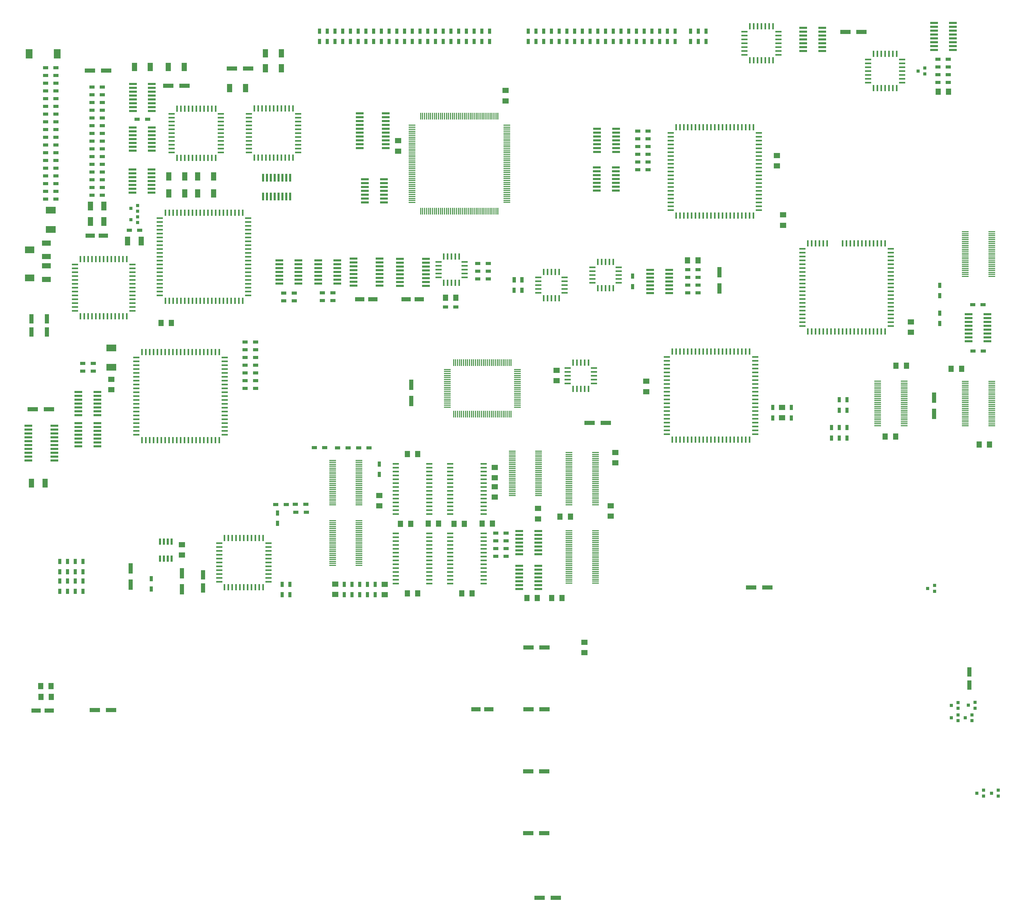
<source format=gbr>
%FSLAX34Y34*%
%MOMM*%
%LNSMDMASK_TOP*%
G71*
G01*
%ADD10R,1.100X1.700*%
%ADD11R,2.100X1.700*%
%ADD12R,1.700X2.100*%
%ADD13R,0.540X2.100*%
%ADD14R,2.100X0.540*%
%ADD15R,3.500X1.400*%
%ADD16R,1.400X3.500*%
%ADD17R,1.000X1.000*%
%ADD18R,1.700X1.100*%
%ADD19R,0.700X2.600*%
%ADD20R,2.600X0.700*%
%ADD21R,2.300X0.300*%
%ADD22R,3.100X1.400*%
%ADD23R,1.400X3.100*%
%ADD24R,0.700X2.100*%
%ADD25R,3.000X1.700*%
%ADD26R,1.700X3.000*%
%ADD27R,3.100X2.200*%
%ADD28R,2.200X3.100*%
%ADD29R,3.200X2.300*%
%ADD30R,1.700X2.700*%
%ADD31R,2.250X0.300*%
%ADD32R,0.300X2.250*%
%LPD*%
X2039938Y82550D02*
G54D10*
D03*
X2039938Y116681D02*
G54D10*
D03*
X1881981Y-1086769D02*
G54D11*
D03*
X1881982Y-1120901D02*
G54D11*
D03*
X327025Y-222375D02*
G54D11*
D03*
X327026Y-256507D02*
G54D11*
D03*
X1459707Y46038D02*
G54D12*
D03*
X1425575Y46038D02*
G54D12*
D03*
X1790700Y-227014D02*
G54D11*
D03*
X1790700Y-192881D02*
G54D11*
D03*
X2085182Y-262732D02*
G54D11*
D03*
X2085181Y-228600D02*
G54D11*
D03*
X1983582Y-496888D02*
G54D11*
D03*
X1983581Y-462756D02*
G54D11*
D03*
X1587500Y-546101D02*
G54D11*
D03*
X1587500Y-511969D02*
G54D11*
D03*
X1587500Y-609601D02*
G54D11*
D03*
X1587500Y-575469D02*
G54D11*
D03*
X1729582Y-681038D02*
G54D11*
D03*
X1729581Y-646906D02*
G54D11*
D03*
X1968500Y-672307D02*
G54D11*
D03*
X1968500Y-638175D02*
G54D11*
D03*
X1208088Y-638176D02*
G54D11*
D03*
X1208088Y-604044D02*
G54D11*
D03*
X1801812Y-673894D02*
G54D12*
D03*
X1835945Y-673893D02*
G54D12*
D03*
X1774031Y-941388D02*
G54D12*
D03*
X1808164Y-941387D02*
G54D12*
D03*
X1693069Y-941388D02*
G54D12*
D03*
X1727201Y-941387D02*
G54D12*
D03*
X1478756Y-926306D02*
G54D12*
D03*
X1512888Y-926306D02*
G54D12*
D03*
X1300162Y-926306D02*
G54D12*
D03*
X1334295Y-926306D02*
G54D12*
D03*
X1545431Y-696912D02*
G54D12*
D03*
X1579564Y-696912D02*
G54D12*
D03*
X1453356Y-697706D02*
G54D12*
D03*
X1487488Y-697706D02*
G54D12*
D03*
X1368425Y-696912D02*
G54D12*
D03*
X1402557Y-696912D02*
G54D12*
D03*
X1277144Y-697706D02*
G54D12*
D03*
X1311276Y-697706D02*
G54D12*
D03*
X1300162Y-468312D02*
G54D12*
D03*
X1334295Y-468312D02*
G54D12*
D03*
X2905919Y-177800D02*
G54D12*
D03*
X2940051Y-177800D02*
G54D12*
D03*
X3086894Y-188119D02*
G54D12*
D03*
X3121026Y-188118D02*
G54D12*
D03*
X3178969Y-436562D02*
G54D12*
D03*
X3213101Y-436562D02*
G54D12*
D03*
X2870200Y-410369D02*
G54D12*
D03*
X2904332Y-410368D02*
G54D12*
D03*
X2954338Y-33338D02*
G54D11*
D03*
X2954338Y-67470D02*
G54D11*
D03*
X2534444Y318294D02*
G54D11*
D03*
X2534444Y284162D02*
G54D11*
D03*
X2514600Y513556D02*
G54D11*
D03*
X2514600Y479424D02*
G54D11*
D03*
X3078164Y723107D02*
G54D12*
D03*
X3044031Y723106D02*
G54D12*
D03*
X1623219Y692943D02*
G54D11*
D03*
X1623219Y727075D02*
G54D11*
D03*
X1270000Y527843D02*
G54D11*
D03*
X1270000Y561975D02*
G54D11*
D03*
X2297906Y-420969D02*
G54D13*
D03*
X2310606Y-420969D02*
G54D13*
D03*
X2323306Y-420969D02*
G54D13*
D03*
X2336006Y-420969D02*
G54D13*
D03*
X2348706Y-420969D02*
G54D13*
D03*
X2361406Y-420969D02*
G54D13*
D03*
X2374106Y-420969D02*
G54D13*
D03*
X2386806Y-420969D02*
G54D13*
D03*
X2399506Y-420969D02*
G54D13*
D03*
X2412206Y-420969D02*
G54D13*
D03*
X2424906Y-420969D02*
G54D13*
D03*
X2442906Y-402969D02*
G54D14*
D03*
X2442906Y-390269D02*
G54D14*
D03*
X2442906Y-377569D02*
G54D14*
D03*
X2442906Y-364869D02*
G54D14*
D03*
X2442906Y-352169D02*
G54D14*
D03*
X2442906Y-339469D02*
G54D14*
D03*
X2442906Y-326769D02*
G54D14*
D03*
X2442906Y-314069D02*
G54D14*
D03*
X2442906Y-301369D02*
G54D14*
D03*
X2442906Y-288669D02*
G54D14*
D03*
X2442906Y-275969D02*
G54D14*
D03*
X2442906Y-263269D02*
G54D14*
D03*
X2442906Y-250569D02*
G54D14*
D03*
X2442906Y-237869D02*
G54D14*
D03*
X2442906Y-225169D02*
G54D14*
D03*
X2442906Y-212469D02*
G54D14*
D03*
X2442906Y-199769D02*
G54D14*
D03*
X2442906Y-187069D02*
G54D14*
D03*
X2442906Y-174369D02*
G54D14*
D03*
X2442906Y-161669D02*
G54D14*
D03*
X2442906Y-148969D02*
G54D14*
D03*
X2424906Y-130969D02*
G54D13*
D03*
X2412206Y-130969D02*
G54D13*
D03*
X2399506Y-130969D02*
G54D13*
D03*
X2386806Y-130969D02*
G54D13*
D03*
X2374106Y-130969D02*
G54D13*
D03*
X2361406Y-130969D02*
G54D13*
D03*
X2348706Y-130969D02*
G54D13*
D03*
X2336006Y-130969D02*
G54D13*
D03*
X2323306Y-130969D02*
G54D13*
D03*
X2310606Y-130969D02*
G54D13*
D03*
X2297906Y-130969D02*
G54D13*
D03*
X2285206Y-130969D02*
G54D13*
D03*
X2272506Y-130969D02*
G54D13*
D03*
X2259806Y-130969D02*
G54D13*
D03*
X2247106Y-130969D02*
G54D13*
D03*
X2234406Y-130969D02*
G54D13*
D03*
X2221706Y-130969D02*
G54D13*
D03*
X2209006Y-130969D02*
G54D13*
D03*
X2196306Y-130969D02*
G54D13*
D03*
X2183606Y-130969D02*
G54D13*
D03*
X2170906Y-130969D02*
G54D13*
D03*
X2152906Y-148969D02*
G54D14*
D03*
X2152906Y-161669D02*
G54D14*
D03*
X2152906Y-174369D02*
G54D14*
D03*
X2152906Y-187069D02*
G54D14*
D03*
X2152906Y-199769D02*
G54D14*
D03*
X2152906Y-212469D02*
G54D14*
D03*
X2152906Y-225169D02*
G54D14*
D03*
X2152906Y-237869D02*
G54D14*
D03*
X2152906Y-250569D02*
G54D14*
D03*
X2152906Y-263269D02*
G54D14*
D03*
X2152906Y-275969D02*
G54D14*
D03*
X2152906Y-288669D02*
G54D14*
D03*
X2152906Y-301369D02*
G54D14*
D03*
X2152906Y-314069D02*
G54D14*
D03*
X2152906Y-326769D02*
G54D14*
D03*
X2152906Y-339469D02*
G54D14*
D03*
X2152906Y-352169D02*
G54D14*
D03*
X2152906Y-364869D02*
G54D14*
D03*
X2152906Y-377569D02*
G54D14*
D03*
X2152906Y-390269D02*
G54D14*
D03*
X2152906Y-402969D02*
G54D14*
D03*
X2170906Y-420969D02*
G54D13*
D03*
X2183606Y-420969D02*
G54D13*
D03*
X2196306Y-420969D02*
G54D13*
D03*
X2209006Y-420969D02*
G54D13*
D03*
X2221706Y-420969D02*
G54D13*
D03*
X2234406Y-420969D02*
G54D13*
D03*
X2247106Y-420969D02*
G54D13*
D03*
X2259806Y-420969D02*
G54D13*
D03*
X2272506Y-420969D02*
G54D13*
D03*
X2285206Y-420969D02*
G54D13*
D03*
X2743200Y-65369D02*
G54D13*
D03*
X2755900Y-65369D02*
G54D13*
D03*
X2768600Y-65369D02*
G54D13*
D03*
X2781300Y-65369D02*
G54D13*
D03*
X2794000Y-65369D02*
G54D13*
D03*
X2806700Y-65369D02*
G54D13*
D03*
X2819400Y-65369D02*
G54D13*
D03*
X2832100Y-65369D02*
G54D13*
D03*
X2844800Y-65369D02*
G54D13*
D03*
X2857500Y-65369D02*
G54D13*
D03*
X2870200Y-65369D02*
G54D13*
D03*
X2888200Y-47369D02*
G54D14*
D03*
X2888200Y-34669D02*
G54D14*
D03*
X2888200Y-21969D02*
G54D14*
D03*
X2888200Y-9269D02*
G54D14*
D03*
X2888200Y3431D02*
G54D14*
D03*
X2888200Y16131D02*
G54D14*
D03*
X2888200Y28831D02*
G54D14*
D03*
X2888200Y41531D02*
G54D14*
D03*
X2888200Y54231D02*
G54D14*
D03*
X2888200Y66931D02*
G54D14*
D03*
X2888200Y79631D02*
G54D14*
D03*
X2888200Y92331D02*
G54D14*
D03*
X2888200Y105031D02*
G54D14*
D03*
X2888200Y117731D02*
G54D14*
D03*
X2888200Y130431D02*
G54D14*
D03*
X2888200Y143131D02*
G54D14*
D03*
X2888200Y155831D02*
G54D14*
D03*
X2888200Y168531D02*
G54D14*
D03*
X2888200Y181231D02*
G54D14*
D03*
X2888200Y193931D02*
G54D14*
D03*
X2888200Y206631D02*
G54D14*
D03*
X2870200Y224631D02*
G54D13*
D03*
X2857500Y224631D02*
G54D13*
D03*
X2844800Y224631D02*
G54D13*
D03*
X2832100Y224631D02*
G54D13*
D03*
X2819400Y224631D02*
G54D13*
D03*
X2806700Y224631D02*
G54D13*
D03*
X2794000Y224631D02*
G54D13*
D03*
X2781300Y224631D02*
G54D13*
D03*
X2768600Y224631D02*
G54D13*
D03*
X2755900Y224631D02*
G54D13*
D03*
X2743200Y224631D02*
G54D13*
D03*
X2730500Y224631D02*
G54D13*
D03*
X2679700Y224631D02*
G54D13*
D03*
X2667000Y224631D02*
G54D13*
D03*
X2654300Y224631D02*
G54D13*
D03*
X2641600Y224631D02*
G54D13*
D03*
X2628900Y224631D02*
G54D13*
D03*
X2616200Y224631D02*
G54D13*
D03*
X2598200Y206631D02*
G54D14*
D03*
X2598200Y193931D02*
G54D14*
D03*
X2598200Y181231D02*
G54D14*
D03*
X2598200Y168531D02*
G54D14*
D03*
X2598200Y155831D02*
G54D14*
D03*
X2598200Y143131D02*
G54D14*
D03*
X2598200Y130431D02*
G54D14*
D03*
X2598200Y117731D02*
G54D14*
D03*
X2598200Y105031D02*
G54D14*
D03*
X2598200Y92331D02*
G54D14*
D03*
X2598200Y79631D02*
G54D14*
D03*
X2598200Y66931D02*
G54D14*
D03*
X2598200Y54231D02*
G54D14*
D03*
X2598200Y41531D02*
G54D14*
D03*
X2598200Y28831D02*
G54D14*
D03*
X2598200Y16131D02*
G54D14*
D03*
X2598200Y3431D02*
G54D14*
D03*
X2598200Y-9269D02*
G54D14*
D03*
X2598200Y-21969D02*
G54D14*
D03*
X2598200Y-34669D02*
G54D14*
D03*
X2598200Y-47369D02*
G54D14*
D03*
X2616200Y-65369D02*
G54D13*
D03*
X2628900Y-65369D02*
G54D13*
D03*
X2641600Y-65369D02*
G54D13*
D03*
X2654300Y-65369D02*
G54D13*
D03*
X2667000Y-65369D02*
G54D13*
D03*
X2679700Y-65369D02*
G54D13*
D03*
X2692400Y-65369D02*
G54D13*
D03*
X2705100Y-65369D02*
G54D13*
D03*
X2717800Y-65369D02*
G54D13*
D03*
X2730500Y-65369D02*
G54D13*
D03*
X2165350Y461169D02*
G54D14*
D03*
X2165350Y448469D02*
G54D14*
D03*
X2165350Y435769D02*
G54D14*
D03*
X2165350Y423069D02*
G54D14*
D03*
X2165350Y410369D02*
G54D14*
D03*
X2165350Y397669D02*
G54D14*
D03*
X2165350Y384969D02*
G54D14*
D03*
X2165350Y372269D02*
G54D14*
D03*
X2165350Y359569D02*
G54D14*
D03*
X2165350Y346869D02*
G54D14*
D03*
X2165350Y334169D02*
G54D14*
D03*
X2183350Y316169D02*
G54D13*
D03*
X2196050Y316169D02*
G54D13*
D03*
X2208750Y316169D02*
G54D13*
D03*
X2221450Y316169D02*
G54D13*
D03*
X2234150Y316169D02*
G54D13*
D03*
X2246850Y316169D02*
G54D13*
D03*
X2259550Y316169D02*
G54D13*
D03*
X2272250Y316169D02*
G54D13*
D03*
X2284950Y316169D02*
G54D13*
D03*
X2297650Y316169D02*
G54D13*
D03*
X2310350Y316169D02*
G54D13*
D03*
X2323050Y316169D02*
G54D13*
D03*
X2335750Y316169D02*
G54D13*
D03*
X2348450Y316169D02*
G54D13*
D03*
X2361150Y316169D02*
G54D13*
D03*
X2373850Y316169D02*
G54D13*
D03*
X2386550Y316169D02*
G54D13*
D03*
X2399250Y316169D02*
G54D13*
D03*
X2411950Y316169D02*
G54D13*
D03*
X2424650Y316169D02*
G54D13*
D03*
X2437350Y316169D02*
G54D13*
D03*
X2455350Y334169D02*
G54D14*
D03*
X2455350Y346869D02*
G54D14*
D03*
X2455350Y359569D02*
G54D14*
D03*
X2455350Y372269D02*
G54D14*
D03*
X2455350Y384969D02*
G54D14*
D03*
X2455350Y397669D02*
G54D14*
D03*
X2455350Y410369D02*
G54D14*
D03*
X2455350Y423069D02*
G54D14*
D03*
X2455350Y435769D02*
G54D14*
D03*
X2455350Y448469D02*
G54D14*
D03*
X2455350Y461169D02*
G54D14*
D03*
X2455350Y473869D02*
G54D14*
D03*
X2455350Y486569D02*
G54D14*
D03*
X2455350Y499269D02*
G54D14*
D03*
X2455350Y511969D02*
G54D14*
D03*
X2455350Y524669D02*
G54D14*
D03*
X2455350Y537369D02*
G54D14*
D03*
X2455350Y550069D02*
G54D14*
D03*
X2455350Y562769D02*
G54D14*
D03*
X2455350Y575469D02*
G54D14*
D03*
X2455350Y588169D02*
G54D14*
D03*
X2437350Y606169D02*
G54D13*
D03*
X2424650Y606169D02*
G54D13*
D03*
X2411950Y606169D02*
G54D13*
D03*
X2399250Y606169D02*
G54D13*
D03*
X2386550Y606169D02*
G54D13*
D03*
X2373850Y606169D02*
G54D13*
D03*
X2361150Y606169D02*
G54D13*
D03*
X2348450Y606169D02*
G54D13*
D03*
X2335750Y606169D02*
G54D13*
D03*
X2323050Y606169D02*
G54D13*
D03*
X2310350Y606169D02*
G54D13*
D03*
X2297650Y606169D02*
G54D13*
D03*
X2284950Y606169D02*
G54D13*
D03*
X2272250Y606169D02*
G54D13*
D03*
X2259550Y606169D02*
G54D13*
D03*
X2246850Y606169D02*
G54D13*
D03*
X2234150Y606169D02*
G54D13*
D03*
X2221450Y606169D02*
G54D13*
D03*
X2208750Y606169D02*
G54D13*
D03*
X2196050Y606169D02*
G54D13*
D03*
X2183350Y606169D02*
G54D13*
D03*
X2165350Y588169D02*
G54D14*
D03*
X2165350Y575469D02*
G54D14*
D03*
X2165350Y562769D02*
G54D14*
D03*
X2165350Y550069D02*
G54D14*
D03*
X2165350Y537369D02*
G54D14*
D03*
X2165350Y524669D02*
G54D14*
D03*
X2165350Y511969D02*
G54D14*
D03*
X2165350Y499269D02*
G54D14*
D03*
X2165350Y486569D02*
G54D14*
D03*
X2165350Y473869D02*
G54D14*
D03*
X631825Y325438D02*
G54D13*
D03*
X619125Y325438D02*
G54D13*
D03*
X606425Y325438D02*
G54D13*
D03*
X593725Y325438D02*
G54D13*
D03*
X581025Y325438D02*
G54D13*
D03*
X568325Y325438D02*
G54D13*
D03*
X555625Y325438D02*
G54D13*
D03*
X542925Y325438D02*
G54D13*
D03*
X530225Y325438D02*
G54D13*
D03*
X517525Y325438D02*
G54D13*
D03*
X504825Y325438D02*
G54D13*
D03*
X486825Y307438D02*
G54D14*
D03*
X486825Y294738D02*
G54D14*
D03*
X486825Y282038D02*
G54D14*
D03*
X486825Y269338D02*
G54D14*
D03*
X486825Y256638D02*
G54D14*
D03*
X486825Y243938D02*
G54D14*
D03*
X486825Y231238D02*
G54D14*
D03*
X486825Y218538D02*
G54D14*
D03*
X486825Y205838D02*
G54D14*
D03*
X486825Y193138D02*
G54D14*
D03*
X486825Y180438D02*
G54D14*
D03*
X486825Y167738D02*
G54D14*
D03*
X486825Y155038D02*
G54D14*
D03*
X486825Y142338D02*
G54D14*
D03*
X486825Y129638D02*
G54D14*
D03*
X486825Y116938D02*
G54D14*
D03*
X486825Y104238D02*
G54D14*
D03*
X486825Y91538D02*
G54D14*
D03*
X486825Y78838D02*
G54D14*
D03*
X486825Y66138D02*
G54D14*
D03*
X486825Y53438D02*
G54D14*
D03*
X504825Y35438D02*
G54D13*
D03*
X517525Y35438D02*
G54D13*
D03*
X530225Y35438D02*
G54D13*
D03*
X542925Y35438D02*
G54D13*
D03*
X555625Y35438D02*
G54D13*
D03*
X568325Y35438D02*
G54D13*
D03*
X581025Y35438D02*
G54D13*
D03*
X593725Y35438D02*
G54D13*
D03*
X606425Y35438D02*
G54D13*
D03*
X619125Y35438D02*
G54D13*
D03*
X631825Y35438D02*
G54D13*
D03*
X644525Y35438D02*
G54D13*
D03*
X657225Y35438D02*
G54D13*
D03*
X669925Y35438D02*
G54D13*
D03*
X682625Y35438D02*
G54D13*
D03*
X695325Y35438D02*
G54D13*
D03*
X708025Y35438D02*
G54D13*
D03*
X720725Y35438D02*
G54D13*
D03*
X733425Y35438D02*
G54D13*
D03*
X746125Y35438D02*
G54D13*
D03*
X758825Y35438D02*
G54D13*
D03*
X776825Y53438D02*
G54D14*
D03*
X776825Y66138D02*
G54D14*
D03*
X776825Y78838D02*
G54D14*
D03*
X776825Y91538D02*
G54D14*
D03*
X776825Y104238D02*
G54D14*
D03*
X776825Y116938D02*
G54D14*
D03*
X776825Y129638D02*
G54D14*
D03*
X776825Y142338D02*
G54D14*
D03*
X776825Y155038D02*
G54D14*
D03*
X776825Y167738D02*
G54D14*
D03*
X776825Y180438D02*
G54D14*
D03*
X776825Y193138D02*
G54D14*
D03*
X776825Y205838D02*
G54D14*
D03*
X776825Y218538D02*
G54D14*
D03*
X776825Y231238D02*
G54D14*
D03*
X776825Y243938D02*
G54D14*
D03*
X776825Y256638D02*
G54D14*
D03*
X776825Y269338D02*
G54D14*
D03*
X776825Y282038D02*
G54D14*
D03*
X776825Y294738D02*
G54D14*
D03*
X776825Y307438D02*
G54D14*
D03*
X758825Y325438D02*
G54D13*
D03*
X746125Y325438D02*
G54D13*
D03*
X733425Y325438D02*
G54D13*
D03*
X720725Y325438D02*
G54D13*
D03*
X708025Y325438D02*
G54D13*
D03*
X695325Y325438D02*
G54D13*
D03*
X682625Y325438D02*
G54D13*
D03*
X669925Y325438D02*
G54D13*
D03*
X657225Y325438D02*
G54D13*
D03*
X644525Y325438D02*
G54D13*
D03*
X554831Y-422556D02*
G54D13*
D03*
X567531Y-422556D02*
G54D13*
D03*
X580231Y-422556D02*
G54D13*
D03*
X592931Y-422556D02*
G54D13*
D03*
X605631Y-422556D02*
G54D13*
D03*
X618331Y-422556D02*
G54D13*
D03*
X631031Y-422556D02*
G54D13*
D03*
X643731Y-422556D02*
G54D13*
D03*
X656431Y-422556D02*
G54D13*
D03*
X669131Y-422556D02*
G54D13*
D03*
X681831Y-422556D02*
G54D13*
D03*
X699831Y-404556D02*
G54D14*
D03*
X699831Y-391856D02*
G54D14*
D03*
X699831Y-379156D02*
G54D14*
D03*
X699831Y-366456D02*
G54D14*
D03*
X699831Y-353756D02*
G54D14*
D03*
X699831Y-341056D02*
G54D14*
D03*
X699831Y-328356D02*
G54D14*
D03*
X699831Y-315656D02*
G54D14*
D03*
X699831Y-302956D02*
G54D14*
D03*
X699831Y-290256D02*
G54D14*
D03*
X699831Y-277556D02*
G54D14*
D03*
X699831Y-264856D02*
G54D14*
D03*
X699831Y-252156D02*
G54D14*
D03*
X699831Y-239456D02*
G54D14*
D03*
X699831Y-226756D02*
G54D14*
D03*
X699831Y-214056D02*
G54D14*
D03*
X699831Y-201356D02*
G54D14*
D03*
X699831Y-188656D02*
G54D14*
D03*
X699831Y-175956D02*
G54D14*
D03*
X699831Y-163256D02*
G54D14*
D03*
X699831Y-150556D02*
G54D14*
D03*
X681831Y-132556D02*
G54D13*
D03*
X669131Y-132556D02*
G54D13*
D03*
X656431Y-132556D02*
G54D13*
D03*
X643731Y-132556D02*
G54D13*
D03*
X631031Y-132556D02*
G54D13*
D03*
X618331Y-132556D02*
G54D13*
D03*
X605631Y-132556D02*
G54D13*
D03*
X592931Y-132556D02*
G54D13*
D03*
X580231Y-132556D02*
G54D13*
D03*
X567531Y-132556D02*
G54D13*
D03*
X554831Y-132556D02*
G54D13*
D03*
X542131Y-132556D02*
G54D13*
D03*
X529431Y-132556D02*
G54D13*
D03*
X516731Y-132556D02*
G54D13*
D03*
X504031Y-132556D02*
G54D13*
D03*
X491331Y-132556D02*
G54D13*
D03*
X478631Y-132556D02*
G54D13*
D03*
X465931Y-132556D02*
G54D13*
D03*
X453231Y-132556D02*
G54D13*
D03*
X440531Y-132556D02*
G54D13*
D03*
X427831Y-132556D02*
G54D13*
D03*
X409831Y-150556D02*
G54D14*
D03*
X409831Y-163256D02*
G54D14*
D03*
X409831Y-175956D02*
G54D14*
D03*
X409831Y-188656D02*
G54D14*
D03*
X409831Y-201356D02*
G54D14*
D03*
X409831Y-214056D02*
G54D14*
D03*
X409831Y-226756D02*
G54D14*
D03*
X409831Y-239456D02*
G54D14*
D03*
X409831Y-252156D02*
G54D14*
D03*
X409831Y-264856D02*
G54D14*
D03*
X409831Y-277556D02*
G54D14*
D03*
X409831Y-290256D02*
G54D14*
D03*
X409831Y-302956D02*
G54D14*
D03*
X409831Y-315656D02*
G54D14*
D03*
X409831Y-328356D02*
G54D14*
D03*
X409831Y-341056D02*
G54D14*
D03*
X409831Y-353756D02*
G54D14*
D03*
X409831Y-366456D02*
G54D14*
D03*
X409831Y-379156D02*
G54D14*
D03*
X409831Y-391856D02*
G54D14*
D03*
X409831Y-404556D02*
G54D14*
D03*
X427831Y-422556D02*
G54D13*
D03*
X440531Y-422556D02*
G54D13*
D03*
X453231Y-422556D02*
G54D13*
D03*
X465931Y-422556D02*
G54D13*
D03*
X478631Y-422556D02*
G54D13*
D03*
X491331Y-422556D02*
G54D13*
D03*
X504031Y-422556D02*
G54D13*
D03*
X516731Y-422556D02*
G54D13*
D03*
X529431Y-422556D02*
G54D13*
D03*
X542131Y-422556D02*
G54D13*
D03*
X302419Y173038D02*
G54D13*
D03*
X289719Y173038D02*
G54D13*
D03*
X277019Y173038D02*
G54D13*
D03*
X264319Y173038D02*
G54D13*
D03*
X251619Y173038D02*
G54D13*
D03*
X238919Y173038D02*
G54D13*
D03*
X226219Y173038D02*
G54D13*
D03*
X208419Y155238D02*
G54D14*
D03*
X208419Y142538D02*
G54D14*
D03*
X208419Y129838D02*
G54D14*
D03*
X208419Y117138D02*
G54D14*
D03*
X208419Y104438D02*
G54D14*
D03*
X208419Y91738D02*
G54D14*
D03*
X208419Y79038D02*
G54D14*
D03*
X208419Y66338D02*
G54D14*
D03*
X208419Y53638D02*
G54D14*
D03*
X208419Y40938D02*
G54D14*
D03*
X208419Y28238D02*
G54D14*
D03*
X208419Y15538D02*
G54D14*
D03*
X208419Y2838D02*
G54D14*
D03*
X226219Y-14962D02*
G54D13*
D03*
X238919Y-14962D02*
G54D13*
D03*
X251619Y-14962D02*
G54D13*
D03*
X264319Y-14962D02*
G54D13*
D03*
X277019Y-14962D02*
G54D13*
D03*
X289719Y-14962D02*
G54D13*
D03*
X302419Y-14962D02*
G54D13*
D03*
X315119Y-14962D02*
G54D13*
D03*
X327819Y-14962D02*
G54D13*
D03*
X340519Y-14962D02*
G54D13*
D03*
X353219Y-14962D02*
G54D13*
D03*
X365919Y-14962D02*
G54D13*
D03*
X378619Y-14962D02*
G54D13*
D03*
X396419Y2838D02*
G54D14*
D03*
X396419Y15538D02*
G54D14*
D03*
X396419Y28238D02*
G54D14*
D03*
X396419Y40938D02*
G54D14*
D03*
X396419Y53638D02*
G54D14*
D03*
X396419Y66338D02*
G54D14*
D03*
X396419Y79038D02*
G54D14*
D03*
X396419Y91738D02*
G54D14*
D03*
X396419Y104438D02*
G54D14*
D03*
X396419Y117138D02*
G54D14*
D03*
X396419Y129838D02*
G54D14*
D03*
X396419Y142538D02*
G54D14*
D03*
X396419Y155238D02*
G54D14*
D03*
X378619Y173038D02*
G54D13*
D03*
X365919Y173038D02*
G54D13*
D03*
X353219Y173038D02*
G54D13*
D03*
X340519Y173038D02*
G54D13*
D03*
X327819Y173038D02*
G54D13*
D03*
X315119Y173038D02*
G54D13*
D03*
X525462Y586581D02*
G54D14*
D03*
X525462Y573881D02*
G54D14*
D03*
X525462Y561181D02*
G54D14*
D03*
X525462Y548481D02*
G54D14*
D03*
X525462Y535781D02*
G54D14*
D03*
X525462Y523081D02*
G54D14*
D03*
X542962Y505581D02*
G54D13*
D03*
X555662Y505581D02*
G54D13*
D03*
X568362Y505581D02*
G54D13*
D03*
X581062Y505581D02*
G54D13*
D03*
X593762Y505581D02*
G54D13*
D03*
X606462Y505581D02*
G54D13*
D03*
X619162Y505581D02*
G54D13*
D03*
X631862Y505581D02*
G54D13*
D03*
X644562Y505581D02*
G54D13*
D03*
X657262Y505581D02*
G54D13*
D03*
X669962Y505581D02*
G54D13*
D03*
X687462Y523081D02*
G54D14*
D03*
X687462Y535781D02*
G54D14*
D03*
X687462Y548481D02*
G54D14*
D03*
X687462Y561181D02*
G54D14*
D03*
X687462Y573881D02*
G54D14*
D03*
X687462Y586581D02*
G54D14*
D03*
X687462Y599281D02*
G54D14*
D03*
X687462Y611981D02*
G54D14*
D03*
X687462Y624681D02*
G54D14*
D03*
X687462Y637381D02*
G54D14*
D03*
X687462Y650081D02*
G54D14*
D03*
X669962Y667581D02*
G54D13*
D03*
X657262Y667581D02*
G54D13*
D03*
X644562Y667581D02*
G54D13*
D03*
X631862Y667581D02*
G54D13*
D03*
X619162Y667581D02*
G54D13*
D03*
X606462Y667581D02*
G54D13*
D03*
X593762Y667581D02*
G54D13*
D03*
X581062Y667581D02*
G54D13*
D03*
X568362Y667581D02*
G54D13*
D03*
X555662Y667581D02*
G54D13*
D03*
X542962Y667581D02*
G54D13*
D03*
X525462Y650081D02*
G54D14*
D03*
X525462Y637381D02*
G54D14*
D03*
X525462Y624681D02*
G54D14*
D03*
X525462Y611981D02*
G54D14*
D03*
X525462Y599281D02*
G54D14*
D03*
X860425Y668338D02*
G54D13*
D03*
X847725Y668338D02*
G54D13*
D03*
X835025Y668338D02*
G54D13*
D03*
X822325Y668338D02*
G54D13*
D03*
X809625Y668338D02*
G54D13*
D03*
X796925Y668338D02*
G54D13*
D03*
X779425Y650838D02*
G54D14*
D03*
X779425Y638138D02*
G54D14*
D03*
X779425Y625438D02*
G54D14*
D03*
X779425Y612738D02*
G54D14*
D03*
X779425Y600038D02*
G54D14*
D03*
X779425Y587338D02*
G54D14*
D03*
X779425Y574638D02*
G54D14*
D03*
X779425Y561938D02*
G54D14*
D03*
X779425Y549238D02*
G54D14*
D03*
X779425Y536538D02*
G54D14*
D03*
X779425Y523838D02*
G54D14*
D03*
X796925Y506338D02*
G54D13*
D03*
X809625Y506338D02*
G54D13*
D03*
X822325Y506338D02*
G54D13*
D03*
X835025Y506338D02*
G54D13*
D03*
X847725Y506338D02*
G54D13*
D03*
X860425Y506338D02*
G54D13*
D03*
X873125Y506338D02*
G54D13*
D03*
X885825Y506338D02*
G54D13*
D03*
X898525Y506338D02*
G54D13*
D03*
X911225Y506338D02*
G54D13*
D03*
X923925Y506338D02*
G54D13*
D03*
X941425Y523838D02*
G54D14*
D03*
X941425Y536538D02*
G54D14*
D03*
X941425Y549238D02*
G54D14*
D03*
X941425Y561938D02*
G54D14*
D03*
X941425Y574638D02*
G54D14*
D03*
X941425Y587338D02*
G54D14*
D03*
X941425Y600038D02*
G54D14*
D03*
X941425Y612738D02*
G54D14*
D03*
X941425Y625438D02*
G54D14*
D03*
X941425Y638138D02*
G54D14*
D03*
X941425Y650838D02*
G54D14*
D03*
X923925Y668338D02*
G54D13*
D03*
X911225Y668338D02*
G54D13*
D03*
X898525Y668338D02*
G54D13*
D03*
X885825Y668338D02*
G54D13*
D03*
X873125Y668338D02*
G54D13*
D03*
X1908175Y120650D02*
G54D14*
D03*
X1908175Y107950D02*
G54D14*
D03*
X1908175Y95250D02*
G54D14*
D03*
X1925775Y77650D02*
G54D13*
D03*
X1938475Y77650D02*
G54D13*
D03*
X1951175Y77650D02*
G54D13*
D03*
X1963875Y77650D02*
G54D13*
D03*
X1976575Y77650D02*
G54D13*
D03*
X1994175Y95250D02*
G54D14*
D03*
X1994175Y107950D02*
G54D14*
D03*
X1994175Y120650D02*
G54D14*
D03*
X1994175Y133350D02*
G54D14*
D03*
X1994175Y146050D02*
G54D14*
D03*
X1976575Y163650D02*
G54D13*
D03*
X1963875Y163650D02*
G54D13*
D03*
X1951175Y163650D02*
G54D13*
D03*
X1938475Y163650D02*
G54D13*
D03*
X1925775Y163650D02*
G54D13*
D03*
X1908175Y146050D02*
G54D14*
D03*
X1908175Y133350D02*
G54D14*
D03*
X1730375Y87312D02*
G54D14*
D03*
X1730375Y74612D02*
G54D14*
D03*
X1730375Y61912D02*
G54D14*
D03*
X1747975Y44312D02*
G54D13*
D03*
X1760675Y44312D02*
G54D13*
D03*
X1773375Y44312D02*
G54D13*
D03*
X1786075Y44312D02*
G54D13*
D03*
X1798775Y44312D02*
G54D13*
D03*
X1816375Y61912D02*
G54D14*
D03*
X1816375Y74612D02*
G54D14*
D03*
X1816375Y87312D02*
G54D14*
D03*
X1816375Y100012D02*
G54D14*
D03*
X1816375Y112712D02*
G54D14*
D03*
X1798775Y130312D02*
G54D13*
D03*
X1786075Y130312D02*
G54D13*
D03*
X1773375Y130312D02*
G54D13*
D03*
X1760675Y130312D02*
G54D13*
D03*
X1747975Y130312D02*
G54D13*
D03*
X1730375Y112712D02*
G54D14*
D03*
X1730375Y100012D02*
G54D14*
D03*
X843794Y-824744D02*
G54D14*
D03*
X843794Y-812044D02*
G54D14*
D03*
X843794Y-799344D02*
G54D14*
D03*
X843794Y-786644D02*
G54D14*
D03*
X843794Y-773944D02*
G54D14*
D03*
X843794Y-761244D02*
G54D14*
D03*
X826294Y-743744D02*
G54D13*
D03*
X813594Y-743744D02*
G54D13*
D03*
X800894Y-743744D02*
G54D13*
D03*
X788194Y-743744D02*
G54D13*
D03*
X775494Y-743744D02*
G54D13*
D03*
X762794Y-743744D02*
G54D13*
D03*
X750094Y-743744D02*
G54D13*
D03*
X737394Y-743744D02*
G54D13*
D03*
X724694Y-743744D02*
G54D13*
D03*
X711994Y-743744D02*
G54D13*
D03*
X699294Y-743744D02*
G54D13*
D03*
X681794Y-761244D02*
G54D14*
D03*
X681794Y-773944D02*
G54D14*
D03*
X681794Y-786644D02*
G54D14*
D03*
X681794Y-799344D02*
G54D14*
D03*
X681794Y-812044D02*
G54D14*
D03*
X681794Y-824744D02*
G54D14*
D03*
X681794Y-837444D02*
G54D14*
D03*
X681794Y-850144D02*
G54D14*
D03*
X681794Y-862844D02*
G54D14*
D03*
X681794Y-875544D02*
G54D14*
D03*
X681794Y-888244D02*
G54D14*
D03*
X699294Y-905744D02*
G54D13*
D03*
X711994Y-905744D02*
G54D13*
D03*
X724694Y-905744D02*
G54D13*
D03*
X737394Y-905744D02*
G54D13*
D03*
X750094Y-905744D02*
G54D13*
D03*
X762794Y-905744D02*
G54D13*
D03*
X775494Y-905744D02*
G54D13*
D03*
X788194Y-905744D02*
G54D13*
D03*
X800894Y-905744D02*
G54D13*
D03*
X813594Y-905744D02*
G54D13*
D03*
X826294Y-905744D02*
G54D13*
D03*
X843794Y-888244D02*
G54D14*
D03*
X843794Y-875544D02*
G54D14*
D03*
X843794Y-862844D02*
G54D14*
D03*
X843794Y-850144D02*
G54D14*
D03*
X843794Y-837444D02*
G54D14*
D03*
X1751013Y-1104107D02*
G54D15*
D03*
X1697832Y-1104107D02*
G54D15*
D03*
X1751012Y-1307306D02*
G54D15*
D03*
X1697831Y-1307306D02*
G54D15*
D03*
X1750219Y-1511301D02*
G54D15*
D03*
X1697038Y-1511301D02*
G54D15*
D03*
X1750219Y-1714500D02*
G54D15*
D03*
X1697038Y-1714500D02*
G54D15*
D03*
X1787525Y-1927225D02*
G54D15*
D03*
X1734344Y-1927225D02*
G54D15*
D03*
X2482850Y-906463D02*
G54D15*
D03*
X2429669Y-906463D02*
G54D15*
D03*
X326232Y-1309688D02*
G54D15*
D03*
X273050Y-1309688D02*
G54D15*
D03*
X122238Y-320676D02*
G54D15*
D03*
X69057Y-320676D02*
G54D15*
D03*
X310357Y792956D02*
G54D15*
D03*
X257176Y792956D02*
G54D15*
D03*
X777082Y799306D02*
G54D15*
D03*
X723900Y799306D02*
G54D15*
D03*
X567532Y742949D02*
G54D15*
D03*
X514350Y742949D02*
G54D15*
D03*
X1951832Y-365920D02*
G54D15*
D03*
X1898650Y-365920D02*
G54D15*
D03*
X1870075Y-253481D02*
G54D13*
D03*
X1882775Y-253481D02*
G54D13*
D03*
X1895475Y-253481D02*
G54D13*
D03*
X1913075Y-235881D02*
G54D14*
D03*
X1913075Y-223181D02*
G54D14*
D03*
X1913075Y-210481D02*
G54D14*
D03*
X1913075Y-197781D02*
G54D14*
D03*
X1913075Y-185081D02*
G54D14*
D03*
X1895475Y-167481D02*
G54D13*
D03*
X1882775Y-167481D02*
G54D13*
D03*
X1870075Y-167481D02*
G54D13*
D03*
X1857375Y-167481D02*
G54D13*
D03*
X1844675Y-167481D02*
G54D13*
D03*
X1827075Y-185081D02*
G54D14*
D03*
X1827075Y-197781D02*
G54D14*
D03*
X1827075Y-210481D02*
G54D14*
D03*
X1827075Y-223181D02*
G54D14*
D03*
X1827075Y-235881D02*
G54D14*
D03*
X1844675Y-253481D02*
G54D13*
D03*
X1857375Y-253481D02*
G54D13*
D03*
X2407444Y882650D02*
G54D14*
D03*
X2407444Y869950D02*
G54D14*
D03*
X2407444Y857250D02*
G54D14*
D03*
X2407444Y844550D02*
G54D14*
D03*
X2425344Y826650D02*
G54D13*
D03*
X2438044Y826650D02*
G54D13*
D03*
X2450744Y826650D02*
G54D13*
D03*
X2463444Y826650D02*
G54D13*
D03*
X2476144Y826650D02*
G54D13*
D03*
X2488844Y826650D02*
G54D13*
D03*
X2501544Y826650D02*
G54D13*
D03*
X2519444Y844550D02*
G54D14*
D03*
X2519444Y857250D02*
G54D14*
D03*
X2519444Y869950D02*
G54D14*
D03*
X2519444Y882650D02*
G54D14*
D03*
X2519444Y895350D02*
G54D14*
D03*
X2519444Y908050D02*
G54D14*
D03*
X2519444Y920750D02*
G54D14*
D03*
X2501544Y938650D02*
G54D13*
D03*
X2488844Y938650D02*
G54D13*
D03*
X2476144Y938650D02*
G54D13*
D03*
X2463444Y938650D02*
G54D13*
D03*
X2450744Y938650D02*
G54D13*
D03*
X2438044Y938650D02*
G54D13*
D03*
X2425344Y938650D02*
G54D13*
D03*
X2407444Y920750D02*
G54D14*
D03*
X2407444Y908050D02*
G54D14*
D03*
X2407444Y895350D02*
G54D14*
D03*
X2813844Y791369D02*
G54D14*
D03*
X2813844Y778669D02*
G54D14*
D03*
X2813844Y765969D02*
G54D14*
D03*
X2813844Y753269D02*
G54D14*
D03*
X2831744Y735369D02*
G54D13*
D03*
X2844444Y735369D02*
G54D13*
D03*
X2857144Y735369D02*
G54D13*
D03*
X2869844Y735369D02*
G54D13*
D03*
X2882544Y735369D02*
G54D13*
D03*
X2895244Y735369D02*
G54D13*
D03*
X2907944Y735369D02*
G54D13*
D03*
X2925844Y753269D02*
G54D14*
D03*
X2925844Y765969D02*
G54D14*
D03*
X2925844Y778669D02*
G54D14*
D03*
X2925844Y791369D02*
G54D14*
D03*
X2925844Y804069D02*
G54D14*
D03*
X2925844Y816769D02*
G54D14*
D03*
X2925844Y829469D02*
G54D14*
D03*
X2907944Y847369D02*
G54D13*
D03*
X2895244Y847369D02*
G54D13*
D03*
X2882544Y847369D02*
G54D13*
D03*
X2869844Y847369D02*
G54D13*
D03*
X2857144Y847369D02*
G54D13*
D03*
X2844444Y847369D02*
G54D13*
D03*
X2831744Y847369D02*
G54D13*
D03*
X2813844Y829469D02*
G54D14*
D03*
X2813844Y816769D02*
G54D14*
D03*
X2813844Y804069D02*
G54D14*
D03*
X2792413Y919956D02*
G54D15*
D03*
X2739232Y919956D02*
G54D15*
D03*
X390525Y-896938D02*
G54D16*
D03*
X390525Y-843756D02*
G54D16*
D03*
X559594Y-912812D02*
G54D16*
D03*
X559594Y-859631D02*
G54D16*
D03*
X1312862Y-293688D02*
G54D16*
D03*
X1312862Y-240506D02*
G54D16*
D03*
X3109912Y-1285081D02*
G54D17*
D03*
X3109912Y-1304081D02*
G54D17*
D03*
X3087712Y-1294581D02*
G54D17*
D03*
X3165475Y-1284288D02*
G54D17*
D03*
X3165475Y-1303288D02*
G54D17*
D03*
X3143275Y-1293788D02*
G54D17*
D03*
X3109912Y-1325562D02*
G54D17*
D03*
X3109912Y-1344562D02*
G54D17*
D03*
X3087712Y-1335062D02*
G54D17*
D03*
X3155156Y-1325562D02*
G54D17*
D03*
X3155156Y-1344562D02*
G54D17*
D03*
X3132956Y-1335062D02*
G54D17*
D03*
X3241675Y-1573212D02*
G54D17*
D03*
X3241675Y-1592212D02*
G54D17*
D03*
X3219475Y-1582712D02*
G54D17*
D03*
X3193256Y-1573212D02*
G54D17*
D03*
X3193256Y-1592212D02*
G54D17*
D03*
X3171056Y-1582712D02*
G54D17*
D03*
X3032125Y-900112D02*
G54D17*
D03*
X3032125Y-919112D02*
G54D17*
D03*
X3009925Y-909612D02*
G54D17*
D03*
X413544Y349250D02*
G54D17*
D03*
X413544Y330250D02*
G54D17*
D03*
X391344Y339750D02*
G54D17*
D03*
X413544Y311944D02*
G54D17*
D03*
X413544Y292944D02*
G54D17*
D03*
X391344Y302444D02*
G54D17*
D03*
X1445419Y94975D02*
G54D13*
D03*
X1458119Y94975D02*
G54D13*
D03*
X1470819Y94975D02*
G54D13*
D03*
X1488419Y112575D02*
G54D14*
D03*
X1488419Y125275D02*
G54D14*
D03*
X1488419Y137975D02*
G54D14*
D03*
X1488419Y150675D02*
G54D14*
D03*
X1488419Y163375D02*
G54D14*
D03*
X1470819Y180975D02*
G54D13*
D03*
X1458119Y180975D02*
G54D13*
D03*
X1445419Y180975D02*
G54D13*
D03*
X1432719Y180975D02*
G54D13*
D03*
X1420019Y180975D02*
G54D13*
D03*
X1402419Y163375D02*
G54D14*
D03*
X1402419Y150675D02*
G54D14*
D03*
X1402419Y137975D02*
G54D14*
D03*
X1402419Y125275D02*
G54D14*
D03*
X1402419Y112575D02*
G54D14*
D03*
X1420019Y94975D02*
G54D13*
D03*
X1432719Y94975D02*
G54D13*
D03*
X3000375Y800894D02*
G54D17*
D03*
X3000375Y781894D02*
G54D17*
D03*
X2978175Y791394D02*
G54D17*
D03*
X2325688Y76200D02*
G54D16*
D03*
X2325688Y129381D02*
G54D16*
D03*
X1011238Y922338D02*
G54D10*
D03*
X1011238Y888206D02*
G54D10*
D03*
X1036638Y922338D02*
G54D10*
D03*
X1036638Y888206D02*
G54D10*
D03*
X1062038Y922338D02*
G54D10*
D03*
X1062038Y888206D02*
G54D10*
D03*
X1087438Y922338D02*
G54D10*
D03*
X1087438Y888206D02*
G54D10*
D03*
X1112838Y922338D02*
G54D10*
D03*
X1112838Y888206D02*
G54D10*
D03*
X1138238Y888206D02*
G54D10*
D03*
X1138238Y922338D02*
G54D10*
D03*
X1163638Y888206D02*
G54D10*
D03*
X1163638Y922338D02*
G54D10*
D03*
X1189038Y888206D02*
G54D10*
D03*
X1189038Y922338D02*
G54D10*
D03*
X1214438Y888206D02*
G54D10*
D03*
X1214438Y922338D02*
G54D10*
D03*
X1239838Y888206D02*
G54D10*
D03*
X1239838Y922338D02*
G54D10*
D03*
X1265238Y888206D02*
G54D10*
D03*
X1265238Y922338D02*
G54D10*
D03*
X1290638Y888206D02*
G54D10*
D03*
X1290638Y922338D02*
G54D10*
D03*
X1316038Y888206D02*
G54D10*
D03*
X1316038Y922338D02*
G54D10*
D03*
X1341438Y888206D02*
G54D10*
D03*
X1341438Y922338D02*
G54D10*
D03*
X1366838Y888206D02*
G54D10*
D03*
X1366838Y922338D02*
G54D10*
D03*
X1392238Y888206D02*
G54D10*
D03*
X1392238Y922338D02*
G54D10*
D03*
X1417638Y888206D02*
G54D10*
D03*
X1417638Y922338D02*
G54D10*
D03*
X1443038Y888206D02*
G54D10*
D03*
X1443038Y922338D02*
G54D10*
D03*
X1468438Y888206D02*
G54D10*
D03*
X1468438Y922338D02*
G54D10*
D03*
X1493838Y888206D02*
G54D10*
D03*
X1493838Y922338D02*
G54D10*
D03*
X1519238Y888206D02*
G54D10*
D03*
X1519238Y922338D02*
G54D10*
D03*
X1544638Y888206D02*
G54D10*
D03*
X1544638Y922338D02*
G54D10*
D03*
X1570038Y888206D02*
G54D10*
D03*
X1570038Y922338D02*
G54D10*
D03*
X1697038Y922338D02*
G54D10*
D03*
X1697038Y888206D02*
G54D10*
D03*
X1722438Y922338D02*
G54D10*
D03*
X1722438Y888206D02*
G54D10*
D03*
X1747838Y922338D02*
G54D10*
D03*
X1747838Y888206D02*
G54D10*
D03*
X1773238Y922338D02*
G54D10*
D03*
X1773238Y888206D02*
G54D10*
D03*
X1798638Y922338D02*
G54D10*
D03*
X1798638Y888206D02*
G54D10*
D03*
X1824038Y888206D02*
G54D10*
D03*
X1824038Y922338D02*
G54D10*
D03*
X1849438Y888206D02*
G54D10*
D03*
X1849438Y922338D02*
G54D10*
D03*
X1874838Y888206D02*
G54D10*
D03*
X1874838Y922338D02*
G54D10*
D03*
X1900238Y888206D02*
G54D10*
D03*
X1900238Y922338D02*
G54D10*
D03*
X1925638Y888206D02*
G54D10*
D03*
X1925638Y922338D02*
G54D10*
D03*
X1951038Y888206D02*
G54D10*
D03*
X1951038Y922338D02*
G54D10*
D03*
X1976438Y888206D02*
G54D10*
D03*
X1976438Y922338D02*
G54D10*
D03*
X2001838Y888206D02*
G54D10*
D03*
X2001838Y922338D02*
G54D10*
D03*
X2027238Y888206D02*
G54D10*
D03*
X2027238Y922338D02*
G54D10*
D03*
X2052638Y888206D02*
G54D10*
D03*
X2052638Y922338D02*
G54D10*
D03*
X2078038Y888206D02*
G54D10*
D03*
X2078038Y922338D02*
G54D10*
D03*
X2103438Y888206D02*
G54D10*
D03*
X2103438Y922338D02*
G54D10*
D03*
X2128838Y888206D02*
G54D10*
D03*
X2128838Y922338D02*
G54D10*
D03*
X2154238Y888206D02*
G54D10*
D03*
X2154238Y922338D02*
G54D10*
D03*
X2179638Y888206D02*
G54D10*
D03*
X2179638Y922338D02*
G54D10*
D03*
X2281238Y888206D02*
G54D10*
D03*
X2281238Y922338D02*
G54D10*
D03*
X2230438Y888206D02*
G54D10*
D03*
X2230438Y922338D02*
G54D10*
D03*
X2255838Y888206D02*
G54D10*
D03*
X2255838Y922338D02*
G54D10*
D03*
X145653Y802084D02*
G54D18*
D03*
X111521Y802084D02*
G54D18*
D03*
X145653Y776684D02*
G54D18*
D03*
X111521Y776684D02*
G54D18*
D03*
X145653Y751284D02*
G54D18*
D03*
X111521Y751284D02*
G54D18*
D03*
X145653Y725884D02*
G54D18*
D03*
X111521Y725884D02*
G54D18*
D03*
X145653Y700484D02*
G54D18*
D03*
X111521Y700484D02*
G54D18*
D03*
X111521Y675084D02*
G54D18*
D03*
X145653Y675084D02*
G54D18*
D03*
X111521Y649684D02*
G54D18*
D03*
X145653Y649684D02*
G54D18*
D03*
X111521Y624284D02*
G54D18*
D03*
X145653Y624284D02*
G54D18*
D03*
X111521Y598884D02*
G54D18*
D03*
X145653Y598884D02*
G54D18*
D03*
X111521Y573484D02*
G54D18*
D03*
X145653Y573484D02*
G54D18*
D03*
X111521Y548084D02*
G54D18*
D03*
X145653Y548084D02*
G54D18*
D03*
X111521Y522684D02*
G54D18*
D03*
X145653Y522684D02*
G54D18*
D03*
X111521Y497284D02*
G54D18*
D03*
X145653Y497284D02*
G54D18*
D03*
X111521Y471884D02*
G54D18*
D03*
X145653Y471884D02*
G54D18*
D03*
X111521Y446484D02*
G54D18*
D03*
X145653Y446484D02*
G54D18*
D03*
X111521Y421084D02*
G54D18*
D03*
X145653Y421084D02*
G54D18*
D03*
X111521Y395684D02*
G54D18*
D03*
X145653Y395684D02*
G54D18*
D03*
X111521Y370284D02*
G54D18*
D03*
X145653Y370284D02*
G54D18*
D03*
X298053Y738584D02*
G54D18*
D03*
X263921Y738584D02*
G54D18*
D03*
X298053Y713184D02*
G54D18*
D03*
X263921Y713184D02*
G54D18*
D03*
X263921Y687784D02*
G54D18*
D03*
X298053Y687784D02*
G54D18*
D03*
X263921Y662384D02*
G54D18*
D03*
X298053Y662384D02*
G54D18*
D03*
X263921Y636984D02*
G54D18*
D03*
X298053Y636984D02*
G54D18*
D03*
X263921Y611584D02*
G54D18*
D03*
X298053Y611584D02*
G54D18*
D03*
X263921Y586184D02*
G54D18*
D03*
X298053Y586184D02*
G54D18*
D03*
X263921Y560784D02*
G54D18*
D03*
X298053Y560784D02*
G54D18*
D03*
X263921Y535384D02*
G54D18*
D03*
X298053Y535384D02*
G54D18*
D03*
X263921Y509984D02*
G54D18*
D03*
X298053Y509984D02*
G54D18*
D03*
X263921Y484584D02*
G54D18*
D03*
X298053Y484584D02*
G54D18*
D03*
X263921Y459184D02*
G54D18*
D03*
X298053Y459184D02*
G54D18*
D03*
X263921Y433784D02*
G54D18*
D03*
X298053Y433784D02*
G54D18*
D03*
X263921Y408384D02*
G54D18*
D03*
X298053Y408384D02*
G54D18*
D03*
X263921Y382984D02*
G54D18*
D03*
X298053Y382984D02*
G54D18*
D03*
X3043634Y829866D02*
G54D18*
D03*
X3077765Y829866D02*
G54D18*
D03*
X3043634Y804466D02*
G54D18*
D03*
X3077765Y804466D02*
G54D18*
D03*
X3043634Y779066D02*
G54D18*
D03*
X3077765Y779066D02*
G54D18*
D03*
X3043634Y753666D02*
G54D18*
D03*
X3077765Y753666D02*
G54D18*
D03*
X2255045Y168276D02*
G54D12*
D03*
X2220912Y168275D02*
G54D12*
D03*
X2221309Y138510D02*
G54D18*
D03*
X2255440Y138510D02*
G54D18*
D03*
X2221309Y113110D02*
G54D18*
D03*
X2255440Y113110D02*
G54D18*
D03*
X2221309Y87710D02*
G54D18*
D03*
X2255440Y87710D02*
G54D18*
D03*
X2221309Y62310D02*
G54D18*
D03*
X2255440Y62310D02*
G54D18*
D03*
X2057003Y594122D02*
G54D18*
D03*
X2091134Y594122D02*
G54D18*
D03*
X2057003Y568722D02*
G54D18*
D03*
X2091134Y568722D02*
G54D18*
D03*
X2057003Y543322D02*
G54D18*
D03*
X2091134Y543322D02*
G54D18*
D03*
X2057003Y517922D02*
G54D18*
D03*
X2091134Y517922D02*
G54D18*
D03*
X2057003Y492522D02*
G54D18*
D03*
X2091134Y492522D02*
G54D18*
D03*
X2057003Y467122D02*
G54D18*
D03*
X2091134Y467122D02*
G54D18*
D03*
X157956Y-854869D02*
G54D10*
D03*
X157956Y-820738D02*
G54D10*
D03*
X183356Y-854869D02*
G54D10*
D03*
X183356Y-820738D02*
G54D10*
D03*
X208756Y-854869D02*
G54D10*
D03*
X208756Y-820738D02*
G54D10*
D03*
X234156Y-854869D02*
G54D10*
D03*
X234156Y-820738D02*
G54D10*
D03*
X157956Y-919162D02*
G54D10*
D03*
X157956Y-885031D02*
G54D10*
D03*
X183356Y-919162D02*
G54D10*
D03*
X183356Y-885031D02*
G54D10*
D03*
X208756Y-919162D02*
G54D10*
D03*
X208756Y-885031D02*
G54D10*
D03*
X234156Y-919162D02*
G54D10*
D03*
X234156Y-885031D02*
G54D10*
D03*
X1092994Y-930275D02*
G54D10*
D03*
X1092994Y-896144D02*
G54D10*
D03*
X1118394Y-930275D02*
G54D10*
D03*
X1118394Y-896144D02*
G54D10*
D03*
X1143794Y-930275D02*
G54D10*
D03*
X1143794Y-896144D02*
G54D10*
D03*
X1169194Y-930275D02*
G54D10*
D03*
X1169194Y-896144D02*
G54D10*
D03*
X1194594Y-930275D02*
G54D10*
D03*
X1194594Y-896144D02*
G54D10*
D03*
X889000Y-930275D02*
G54D10*
D03*
X889000Y-896144D02*
G54D10*
D03*
X914400Y-930275D02*
G54D10*
D03*
X914400Y-896144D02*
G54D10*
D03*
X873919Y-696119D02*
G54D10*
D03*
X873919Y-661988D02*
G54D10*
D03*
X1208088Y-534988D02*
G54D10*
D03*
X1208088Y-500856D02*
G54D10*
D03*
X767159Y-99616D02*
G54D18*
D03*
X801290Y-99616D02*
G54D18*
D03*
X767159Y-125016D02*
G54D18*
D03*
X801290Y-125016D02*
G54D18*
D03*
X767159Y-150416D02*
G54D18*
D03*
X801290Y-150416D02*
G54D18*
D03*
X767159Y-175816D02*
G54D18*
D03*
X801290Y-175816D02*
G54D18*
D03*
X767159Y-201216D02*
G54D18*
D03*
X801290Y-201216D02*
G54D18*
D03*
X767159Y-226616D02*
G54D18*
D03*
X801290Y-226616D02*
G54D18*
D03*
X767159Y-252016D02*
G54D18*
D03*
X801290Y-252016D02*
G54D18*
D03*
X233759Y-170260D02*
G54D18*
D03*
X267890Y-170260D02*
G54D18*
D03*
X233759Y-195660D02*
G54D18*
D03*
X267890Y-195660D02*
G54D18*
D03*
X894159Y61516D02*
G54D18*
D03*
X928290Y61516D02*
G54D18*
D03*
X894159Y36116D02*
G54D18*
D03*
X928290Y36116D02*
G54D18*
D03*
X1021159Y62310D02*
G54D18*
D03*
X1055290Y62310D02*
G54D18*
D03*
X1021159Y36910D02*
G54D18*
D03*
X1055290Y36910D02*
G54D18*
D03*
X1425178Y15478D02*
G54D18*
D03*
X1459309Y15478D02*
G54D18*
D03*
X1531540Y158353D02*
G54D18*
D03*
X1565672Y158353D02*
G54D18*
D03*
X1531540Y132953D02*
G54D18*
D03*
X1565672Y132953D02*
G54D18*
D03*
X1531540Y107553D02*
G54D18*
D03*
X1565672Y107553D02*
G54D18*
D03*
G36*
X1670899Y113275D02*
X1681899Y113275D01*
X1681899Y96275D01*
X1670899Y96275D01*
X1670899Y113275D01*
G37*
G36*
X1670899Y79143D02*
X1681899Y79144D01*
X1681899Y62144D01*
X1670899Y62143D01*
X1670899Y79143D01*
G37*
G36*
X1645499Y113275D02*
X1656499Y113275D01*
X1656499Y96275D01*
X1645499Y96275D01*
X1645499Y113275D01*
G37*
X1650999Y70644D02*
G54D10*
D03*
X2719388Y-323850D02*
G54D10*
D03*
X2719388Y-289719D02*
G54D10*
D03*
X2744788Y-323850D02*
G54D10*
D03*
X2744788Y-289719D02*
G54D10*
D03*
X2693988Y-415131D02*
G54D10*
D03*
X2693988Y-381000D02*
G54D10*
D03*
X2719388Y-415131D02*
G54D10*
D03*
X2719388Y-381000D02*
G54D10*
D03*
X2744788Y-415131D02*
G54D10*
D03*
X2744788Y-381000D02*
G54D10*
D03*
X2531666Y-314722D02*
G54D11*
D03*
X2531666Y-348854D02*
G54D11*
D03*
X2501106Y-349250D02*
G54D10*
D03*
X2501106Y-315119D02*
G54D10*
D03*
X2561431Y-349250D02*
G54D10*
D03*
X2561431Y-315119D02*
G54D10*
D03*
X3158728Y-128984D02*
G54D18*
D03*
X3192858Y-128984D02*
G54D18*
D03*
X3157934Y23416D02*
G54D18*
D03*
X3192065Y23416D02*
G54D18*
D03*
X3049588Y52388D02*
G54D10*
D03*
X3049588Y86519D02*
G54D10*
D03*
X3049588Y-38894D02*
G54D10*
D03*
X3049588Y-4762D02*
G54D10*
D03*
X994172Y-446484D02*
G54D18*
D03*
X1028303Y-446484D02*
G54D18*
D03*
X1071165Y-447278D02*
G54D18*
D03*
X1105296Y-447278D02*
G54D18*
D03*
X1140222Y-447278D02*
G54D18*
D03*
X1174353Y-447278D02*
G54D18*
D03*
X867965Y-633810D02*
G54D18*
D03*
X902096Y-633810D02*
G54D18*
D03*
X932259Y-633016D02*
G54D18*
D03*
X966390Y-633016D02*
G54D18*
D03*
X933846Y-659210D02*
G54D18*
D03*
X967978Y-659210D02*
G54D18*
D03*
X1590278Y-728266D02*
G54D18*
D03*
X1624409Y-728266D02*
G54D18*
D03*
X1590278Y-753666D02*
G54D18*
D03*
X1624409Y-753666D02*
G54D18*
D03*
X1590278Y-779066D02*
G54D18*
D03*
X1624409Y-779066D02*
G54D18*
D03*
X1590278Y-804466D02*
G54D18*
D03*
X1624409Y-804466D02*
G54D18*
D03*
X458788Y-912019D02*
G54D10*
D03*
X458788Y-877888D02*
G54D10*
D03*
X95250Y-1231106D02*
G54D12*
D03*
X129382Y-1231106D02*
G54D12*
D03*
X96044Y-1266825D02*
G54D12*
D03*
X130176Y-1266824D02*
G54D12*
D03*
X1062832Y-929482D02*
G54D11*
D03*
X1062831Y-895350D02*
G54D11*
D03*
X1225550Y-930276D02*
G54D11*
D03*
X1225550Y-896144D02*
G54D11*
D03*
X559594Y-800101D02*
G54D11*
D03*
X559594Y-765969D02*
G54D11*
D03*
X1550656Y-893762D02*
G54D14*
D03*
X1550656Y-881062D02*
G54D14*
D03*
X1550656Y-868362D02*
G54D14*
D03*
X1550656Y-855662D02*
G54D14*
D03*
X1550656Y-842962D02*
G54D14*
D03*
X1550656Y-830262D02*
G54D14*
D03*
X1550656Y-817562D02*
G54D14*
D03*
X1550656Y-804862D02*
G54D14*
D03*
X1550656Y-792162D02*
G54D14*
D03*
X1550656Y-779462D02*
G54D14*
D03*
X1550656Y-766762D02*
G54D14*
D03*
X1550656Y-754062D02*
G54D14*
D03*
X1550656Y-741362D02*
G54D14*
D03*
X1550656Y-728662D02*
G54D14*
D03*
X1440656Y-728662D02*
G54D14*
D03*
X1440656Y-741362D02*
G54D14*
D03*
X1440656Y-754062D02*
G54D14*
D03*
X1440656Y-766762D02*
G54D14*
D03*
X1440656Y-779462D02*
G54D14*
D03*
X1440656Y-792162D02*
G54D14*
D03*
X1440656Y-804862D02*
G54D14*
D03*
X1440656Y-817562D02*
G54D14*
D03*
X1440656Y-830262D02*
G54D14*
D03*
X1440656Y-842962D02*
G54D14*
D03*
X1440656Y-855662D02*
G54D14*
D03*
X1440656Y-868362D02*
G54D14*
D03*
X1440656Y-881062D02*
G54D14*
D03*
X1440656Y-893762D02*
G54D14*
D03*
X1372062Y-893762D02*
G54D14*
D03*
X1372062Y-881062D02*
G54D14*
D03*
X1372062Y-868362D02*
G54D14*
D03*
X1372062Y-855662D02*
G54D14*
D03*
X1372062Y-842962D02*
G54D14*
D03*
X1372062Y-830262D02*
G54D14*
D03*
X1372062Y-817562D02*
G54D14*
D03*
X1372062Y-804862D02*
G54D14*
D03*
X1372062Y-792162D02*
G54D14*
D03*
X1372062Y-779462D02*
G54D14*
D03*
X1372062Y-766762D02*
G54D14*
D03*
X1372062Y-754062D02*
G54D14*
D03*
X1372062Y-741362D02*
G54D14*
D03*
X1372062Y-728662D02*
G54D14*
D03*
X1262062Y-728662D02*
G54D14*
D03*
X1262062Y-741362D02*
G54D14*
D03*
X1262062Y-754062D02*
G54D14*
D03*
X1262062Y-766762D02*
G54D14*
D03*
X1262062Y-779462D02*
G54D14*
D03*
X1262062Y-792162D02*
G54D14*
D03*
X1262062Y-804862D02*
G54D14*
D03*
X1262062Y-817562D02*
G54D14*
D03*
X1262062Y-830262D02*
G54D14*
D03*
X1262062Y-842962D02*
G54D14*
D03*
X1262062Y-855662D02*
G54D14*
D03*
X1262062Y-868362D02*
G54D14*
D03*
X1262062Y-881062D02*
G54D14*
D03*
X1262062Y-893762D02*
G54D14*
D03*
X1550656Y-665162D02*
G54D14*
D03*
X1550656Y-652462D02*
G54D14*
D03*
X1550656Y-639762D02*
G54D14*
D03*
X1550656Y-627062D02*
G54D14*
D03*
X1550656Y-614362D02*
G54D14*
D03*
X1550656Y-601662D02*
G54D14*
D03*
X1550656Y-588962D02*
G54D14*
D03*
X1550656Y-576262D02*
G54D14*
D03*
X1550656Y-563562D02*
G54D14*
D03*
X1550656Y-550862D02*
G54D14*
D03*
X1550656Y-538162D02*
G54D14*
D03*
X1550656Y-525462D02*
G54D14*
D03*
X1550656Y-512762D02*
G54D14*
D03*
X1550656Y-500062D02*
G54D14*
D03*
X1440656Y-500062D02*
G54D14*
D03*
X1440656Y-512762D02*
G54D14*
D03*
X1440656Y-525462D02*
G54D14*
D03*
X1440656Y-538162D02*
G54D14*
D03*
X1440656Y-550862D02*
G54D14*
D03*
X1440656Y-563562D02*
G54D14*
D03*
X1440656Y-576262D02*
G54D14*
D03*
X1440656Y-588962D02*
G54D14*
D03*
X1440656Y-601662D02*
G54D14*
D03*
X1440656Y-614362D02*
G54D14*
D03*
X1440656Y-627062D02*
G54D14*
D03*
X1440656Y-639762D02*
G54D14*
D03*
X1440656Y-652462D02*
G54D14*
D03*
X1440656Y-665162D02*
G54D14*
D03*
X1372062Y-665162D02*
G54D14*
D03*
X1372062Y-652462D02*
G54D14*
D03*
X1372062Y-639762D02*
G54D14*
D03*
X1372062Y-627062D02*
G54D14*
D03*
X1372062Y-614362D02*
G54D14*
D03*
X1372062Y-601662D02*
G54D14*
D03*
X1372062Y-588962D02*
G54D14*
D03*
X1372062Y-576262D02*
G54D14*
D03*
X1372062Y-563562D02*
G54D14*
D03*
X1372062Y-550862D02*
G54D14*
D03*
X1372062Y-538162D02*
G54D14*
D03*
X1372062Y-525462D02*
G54D14*
D03*
X1372062Y-512762D02*
G54D14*
D03*
X1372062Y-500062D02*
G54D14*
D03*
X1262062Y-500062D02*
G54D14*
D03*
X1262062Y-512762D02*
G54D14*
D03*
X1262062Y-525462D02*
G54D14*
D03*
X1262062Y-538162D02*
G54D14*
D03*
X1262062Y-550862D02*
G54D14*
D03*
X1262062Y-563562D02*
G54D14*
D03*
X1262062Y-576262D02*
G54D14*
D03*
X1262062Y-588962D02*
G54D14*
D03*
X1262062Y-601662D02*
G54D14*
D03*
X1262062Y-614362D02*
G54D14*
D03*
X1262062Y-627062D02*
G54D14*
D03*
X1262062Y-639762D02*
G54D14*
D03*
X1262062Y-652462D02*
G54D14*
D03*
X1262062Y-665162D02*
G54D14*
D03*
X826294Y440531D02*
G54D19*
D03*
X838994Y440531D02*
G54D19*
D03*
X851694Y440531D02*
G54D19*
D03*
X864394Y440531D02*
G54D19*
D03*
X877094Y440531D02*
G54D19*
D03*
X889794Y440531D02*
G54D19*
D03*
X902494Y440531D02*
G54D19*
D03*
X915194Y440531D02*
G54D19*
D03*
X826294Y378619D02*
G54D19*
D03*
X838994Y378619D02*
G54D19*
D03*
X851694Y378619D02*
G54D19*
D03*
X864394Y378619D02*
G54D19*
D03*
X877094Y378619D02*
G54D19*
D03*
X889794Y378619D02*
G54D19*
D03*
X902494Y378619D02*
G54D19*
D03*
X915194Y378619D02*
G54D19*
D03*
X1069975Y169069D02*
G54D20*
D03*
X1069975Y156369D02*
G54D20*
D03*
X1069975Y143669D02*
G54D20*
D03*
X1069975Y130969D02*
G54D20*
D03*
X1069975Y118269D02*
G54D20*
D03*
X1069975Y105569D02*
G54D20*
D03*
X1069975Y92869D02*
G54D20*
D03*
X1007269Y169069D02*
G54D20*
D03*
X1007269Y156369D02*
G54D20*
D03*
X1007269Y143669D02*
G54D20*
D03*
X1007269Y130969D02*
G54D20*
D03*
X1007269Y118269D02*
G54D20*
D03*
X1007269Y105569D02*
G54D20*
D03*
X1007269Y92869D02*
G54D20*
D03*
X942181Y168275D02*
G54D20*
D03*
X942181Y155575D02*
G54D20*
D03*
X942181Y142875D02*
G54D20*
D03*
X942181Y130175D02*
G54D20*
D03*
X942181Y117475D02*
G54D20*
D03*
X942181Y104775D02*
G54D20*
D03*
X942181Y92075D02*
G54D20*
D03*
X879475Y168275D02*
G54D20*
D03*
X879475Y155575D02*
G54D20*
D03*
X879475Y142875D02*
G54D20*
D03*
X879475Y130175D02*
G54D20*
D03*
X879475Y117475D02*
G54D20*
D03*
X879475Y104775D02*
G54D20*
D03*
X879475Y92075D02*
G54D20*
D03*
X1223169Y434975D02*
G54D20*
D03*
X1223169Y422275D02*
G54D20*
D03*
X1223169Y409575D02*
G54D20*
D03*
X1223169Y396875D02*
G54D20*
D03*
X1223169Y384175D02*
G54D20*
D03*
X1223169Y371475D02*
G54D20*
D03*
X1223169Y358775D02*
G54D20*
D03*
X1160462Y434975D02*
G54D20*
D03*
X1160462Y422275D02*
G54D20*
D03*
X1160462Y409575D02*
G54D20*
D03*
X1160462Y396875D02*
G54D20*
D03*
X1160462Y384175D02*
G54D20*
D03*
X1160462Y371475D02*
G54D20*
D03*
X1160462Y358775D02*
G54D20*
D03*
X1208881Y174625D02*
G54D20*
D03*
X1208881Y161925D02*
G54D20*
D03*
X1208881Y149225D02*
G54D20*
D03*
X1208881Y136525D02*
G54D20*
D03*
X1208881Y123825D02*
G54D20*
D03*
X1208881Y111125D02*
G54D20*
D03*
X1208881Y98425D02*
G54D20*
D03*
X1208881Y85725D02*
G54D20*
D03*
X1123156Y174625D02*
G54D20*
D03*
X1123156Y161925D02*
G54D20*
D03*
X1123156Y149225D02*
G54D20*
D03*
X1123156Y136525D02*
G54D20*
D03*
X1123156Y123825D02*
G54D20*
D03*
X1123156Y111125D02*
G54D20*
D03*
X1123156Y98425D02*
G54D20*
D03*
X1123156Y85725D02*
G54D20*
D03*
X1361281Y173831D02*
G54D20*
D03*
X1361281Y161131D02*
G54D20*
D03*
X1361281Y148431D02*
G54D20*
D03*
X1361281Y135731D02*
G54D20*
D03*
X1361281Y123031D02*
G54D20*
D03*
X1361281Y110331D02*
G54D20*
D03*
X1361281Y97631D02*
G54D20*
D03*
X1361281Y84931D02*
G54D20*
D03*
X1275556Y173831D02*
G54D20*
D03*
X1275556Y161131D02*
G54D20*
D03*
X1275556Y148431D02*
G54D20*
D03*
X1275556Y135731D02*
G54D20*
D03*
X1275556Y123031D02*
G54D20*
D03*
X1275556Y110331D02*
G54D20*
D03*
X1275556Y97631D02*
G54D20*
D03*
X1275556Y84931D02*
G54D20*
D03*
X1730375Y-721518D02*
G54D20*
D03*
X1730375Y-734218D02*
G54D20*
D03*
X1730375Y-746918D02*
G54D20*
D03*
X1730375Y-759618D02*
G54D20*
D03*
X1730375Y-772318D02*
G54D20*
D03*
X1730375Y-785018D02*
G54D20*
D03*
X1730375Y-797718D02*
G54D20*
D03*
X1667669Y-721518D02*
G54D20*
D03*
X1667669Y-734218D02*
G54D20*
D03*
X1667669Y-746918D02*
G54D20*
D03*
X1667669Y-759618D02*
G54D20*
D03*
X1667669Y-772318D02*
G54D20*
D03*
X1667669Y-785018D02*
G54D20*
D03*
X1667669Y-797718D02*
G54D20*
D03*
X1730375Y-835818D02*
G54D20*
D03*
X1730375Y-848518D02*
G54D20*
D03*
X1730375Y-861218D02*
G54D20*
D03*
X1730375Y-873918D02*
G54D20*
D03*
X1730375Y-886618D02*
G54D20*
D03*
X1730375Y-899318D02*
G54D20*
D03*
X1730375Y-912018D02*
G54D20*
D03*
X1667669Y-835818D02*
G54D20*
D03*
X1667669Y-848518D02*
G54D20*
D03*
X1667669Y-861218D02*
G54D20*
D03*
X1667669Y-873918D02*
G54D20*
D03*
X1667669Y-886618D02*
G54D20*
D03*
X1667669Y-899318D02*
G54D20*
D03*
X1667669Y-912018D02*
G54D20*
D03*
X2160588Y137319D02*
G54D20*
D03*
X2160588Y124619D02*
G54D20*
D03*
X2160588Y111919D02*
G54D20*
D03*
X2160588Y99219D02*
G54D20*
D03*
X2160588Y86519D02*
G54D20*
D03*
X2160588Y73819D02*
G54D20*
D03*
X2160588Y61119D02*
G54D20*
D03*
X2097882Y137319D02*
G54D20*
D03*
X2097882Y124619D02*
G54D20*
D03*
X2097882Y111919D02*
G54D20*
D03*
X2097882Y99219D02*
G54D20*
D03*
X2097882Y86519D02*
G54D20*
D03*
X2097882Y73819D02*
G54D20*
D03*
X2097882Y61119D02*
G54D20*
D03*
X1985169Y474662D02*
G54D20*
D03*
X1985169Y461962D02*
G54D20*
D03*
X1985169Y449262D02*
G54D20*
D03*
X1985169Y436562D02*
G54D20*
D03*
X1985169Y423862D02*
G54D20*
D03*
X1985169Y411162D02*
G54D20*
D03*
X1985169Y398462D02*
G54D20*
D03*
X1922463Y474662D02*
G54D20*
D03*
X1922463Y461962D02*
G54D20*
D03*
X1922463Y449262D02*
G54D20*
D03*
X1922463Y436562D02*
G54D20*
D03*
X1922463Y423862D02*
G54D20*
D03*
X1922463Y411162D02*
G54D20*
D03*
X1922463Y398462D02*
G54D20*
D03*
X1985963Y601662D02*
G54D20*
D03*
X1985963Y588962D02*
G54D20*
D03*
X1985963Y576262D02*
G54D20*
D03*
X1985963Y563562D02*
G54D20*
D03*
X1985963Y550862D02*
G54D20*
D03*
X1985963Y538162D02*
G54D20*
D03*
X1985963Y525462D02*
G54D20*
D03*
X1923256Y601662D02*
G54D20*
D03*
X1923256Y588962D02*
G54D20*
D03*
X1923256Y576262D02*
G54D20*
D03*
X1923256Y563562D02*
G54D20*
D03*
X1923256Y550862D02*
G54D20*
D03*
X1923256Y538162D02*
G54D20*
D03*
X1923256Y525462D02*
G54D20*
D03*
X1229519Y652462D02*
G54D20*
D03*
X1229519Y639762D02*
G54D20*
D03*
X1229519Y627062D02*
G54D20*
D03*
X1229519Y614362D02*
G54D20*
D03*
X1229519Y601662D02*
G54D20*
D03*
X1229519Y588962D02*
G54D20*
D03*
X1229519Y576262D02*
G54D20*
D03*
X1229519Y563562D02*
G54D20*
D03*
X1143794Y652462D02*
G54D20*
D03*
X1143794Y639762D02*
G54D20*
D03*
X1143794Y627062D02*
G54D20*
D03*
X1143794Y614362D02*
G54D20*
D03*
X1143794Y601662D02*
G54D20*
D03*
X1143794Y588962D02*
G54D20*
D03*
X1143794Y576262D02*
G54D20*
D03*
X1143794Y563562D02*
G54D20*
D03*
X1229519Y550862D02*
G54D20*
D03*
X1229519Y538162D02*
G54D20*
D03*
X1143794Y550862D02*
G54D20*
D03*
X1143794Y538162D02*
G54D20*
D03*
X140494Y-374650D02*
G54D20*
D03*
X140494Y-387350D02*
G54D20*
D03*
X140494Y-400050D02*
G54D20*
D03*
X140494Y-412750D02*
G54D20*
D03*
X140494Y-425450D02*
G54D20*
D03*
X140494Y-438150D02*
G54D20*
D03*
X140494Y-450850D02*
G54D20*
D03*
X140494Y-463550D02*
G54D20*
D03*
X54769Y-374650D02*
G54D20*
D03*
X54769Y-387350D02*
G54D20*
D03*
X54769Y-400050D02*
G54D20*
D03*
X54769Y-412750D02*
G54D20*
D03*
X54769Y-425450D02*
G54D20*
D03*
X54769Y-438150D02*
G54D20*
D03*
X54769Y-450850D02*
G54D20*
D03*
X54769Y-463550D02*
G54D20*
D03*
X140494Y-476250D02*
G54D20*
D03*
X140494Y-488950D02*
G54D20*
D03*
X54769Y-476250D02*
G54D20*
D03*
X54769Y-488950D02*
G54D20*
D03*
X3205956Y-7938D02*
G54D20*
D03*
X3205956Y-20638D02*
G54D20*
D03*
X3205956Y-33338D02*
G54D20*
D03*
X3205956Y-46038D02*
G54D20*
D03*
X3205956Y-58738D02*
G54D20*
D03*
X3205956Y-71438D02*
G54D20*
D03*
X3205956Y-84138D02*
G54D20*
D03*
X3205956Y-96838D02*
G54D20*
D03*
X3144044Y-7938D02*
G54D20*
D03*
X3144044Y-20638D02*
G54D20*
D03*
X3144044Y-33338D02*
G54D20*
D03*
X3144044Y-46038D02*
G54D20*
D03*
X3144044Y-58738D02*
G54D20*
D03*
X3144044Y-71438D02*
G54D20*
D03*
X3144044Y-84138D02*
G54D20*
D03*
X3144044Y-96838D02*
G54D20*
D03*
X3030538Y-335756D02*
G54D16*
D03*
X3030538Y-282575D02*
G54D16*
D03*
X281781Y-366712D02*
G54D20*
D03*
X281781Y-379412D02*
G54D20*
D03*
X281781Y-392112D02*
G54D20*
D03*
X281781Y-404812D02*
G54D20*
D03*
X281781Y-417512D02*
G54D20*
D03*
X281781Y-430212D02*
G54D20*
D03*
X281781Y-442912D02*
G54D20*
D03*
X219075Y-366712D02*
G54D20*
D03*
X219075Y-379412D02*
G54D20*
D03*
X219075Y-392112D02*
G54D20*
D03*
X219075Y-404812D02*
G54D20*
D03*
X219075Y-417512D02*
G54D20*
D03*
X219075Y-430212D02*
G54D20*
D03*
X219075Y-442912D02*
G54D20*
D03*
X281781Y-264319D02*
G54D20*
D03*
X281781Y-277019D02*
G54D20*
D03*
X281781Y-289719D02*
G54D20*
D03*
X281781Y-302419D02*
G54D20*
D03*
X281781Y-315119D02*
G54D20*
D03*
X281781Y-327819D02*
G54D20*
D03*
X281781Y-340519D02*
G54D20*
D03*
X219075Y-264319D02*
G54D20*
D03*
X219075Y-277019D02*
G54D20*
D03*
X219075Y-289719D02*
G54D20*
D03*
X219075Y-302419D02*
G54D20*
D03*
X219075Y-315119D02*
G54D20*
D03*
X219075Y-327819D02*
G54D20*
D03*
X219075Y-340519D02*
G54D20*
D03*
X459581Y467519D02*
G54D20*
D03*
X459581Y454819D02*
G54D20*
D03*
X459581Y442119D02*
G54D20*
D03*
X459581Y429419D02*
G54D20*
D03*
X459581Y416719D02*
G54D20*
D03*
X459581Y404019D02*
G54D20*
D03*
X459581Y391319D02*
G54D20*
D03*
X396875Y467519D02*
G54D20*
D03*
X396875Y454819D02*
G54D20*
D03*
X396875Y442119D02*
G54D20*
D03*
X396875Y429419D02*
G54D20*
D03*
X396875Y416719D02*
G54D20*
D03*
X396875Y404019D02*
G54D20*
D03*
X396875Y391319D02*
G54D20*
D03*
X460375Y605631D02*
G54D20*
D03*
X460375Y592931D02*
G54D20*
D03*
X460375Y580231D02*
G54D20*
D03*
X460375Y567531D02*
G54D20*
D03*
X460375Y554831D02*
G54D20*
D03*
X460375Y542131D02*
G54D20*
D03*
X460375Y529431D02*
G54D20*
D03*
X397669Y605631D02*
G54D20*
D03*
X397669Y592931D02*
G54D20*
D03*
X397669Y580231D02*
G54D20*
D03*
X397669Y567531D02*
G54D20*
D03*
X397669Y554831D02*
G54D20*
D03*
X397669Y542131D02*
G54D20*
D03*
X397669Y529431D02*
G54D20*
D03*
X412353Y633016D02*
G54D18*
D03*
X446484Y633015D02*
G54D18*
D03*
X460375Y748506D02*
G54D20*
D03*
X460375Y735806D02*
G54D20*
D03*
X460375Y723106D02*
G54D20*
D03*
X460375Y710406D02*
G54D20*
D03*
X460375Y697706D02*
G54D20*
D03*
X460375Y685006D02*
G54D20*
D03*
X460375Y672306D02*
G54D20*
D03*
X460375Y659606D02*
G54D20*
D03*
X398462Y748506D02*
G54D20*
D03*
X398462Y735806D02*
G54D20*
D03*
X398462Y723106D02*
G54D20*
D03*
X398462Y710406D02*
G54D20*
D03*
X398462Y697706D02*
G54D20*
D03*
X398462Y685006D02*
G54D20*
D03*
X398462Y672306D02*
G54D20*
D03*
X398462Y659606D02*
G54D20*
D03*
X3092450Y949325D02*
G54D20*
D03*
X3092450Y936625D02*
G54D20*
D03*
X3092450Y923925D02*
G54D20*
D03*
X3092450Y911225D02*
G54D20*
D03*
X3092450Y898525D02*
G54D20*
D03*
X3092450Y885825D02*
G54D20*
D03*
X3092450Y873125D02*
G54D20*
D03*
X3092450Y860425D02*
G54D20*
D03*
X3030538Y949325D02*
G54D20*
D03*
X3030538Y936625D02*
G54D20*
D03*
X3030538Y923925D02*
G54D20*
D03*
X3030538Y911225D02*
G54D20*
D03*
X3030538Y898525D02*
G54D20*
D03*
X3030538Y885825D02*
G54D20*
D03*
X3030538Y873125D02*
G54D20*
D03*
X3030538Y860425D02*
G54D20*
D03*
X2663031Y933450D02*
G54D20*
D03*
X2663031Y920750D02*
G54D20*
D03*
X2663031Y908050D02*
G54D20*
D03*
X2663031Y895350D02*
G54D20*
D03*
X2663031Y882650D02*
G54D20*
D03*
X2663031Y869950D02*
G54D20*
D03*
X2663031Y857250D02*
G54D20*
D03*
X2600325Y933450D02*
G54D20*
D03*
X2600325Y920750D02*
G54D20*
D03*
X2600325Y908050D02*
G54D20*
D03*
X2600325Y895350D02*
G54D20*
D03*
X2600325Y882650D02*
G54D20*
D03*
X2600325Y869950D02*
G54D20*
D03*
X2600325Y857250D02*
G54D20*
D03*
X386556Y267494D02*
G54D18*
D03*
X420688Y267494D02*
G54D18*
D03*
X490538Y-37306D02*
G54D12*
D03*
X524670Y-37306D02*
G54D12*
D03*
X1644650Y-458397D02*
G54D21*
D03*
X1644650Y-464747D02*
G54D21*
D03*
X1644650Y-471097D02*
G54D21*
D03*
X1644650Y-477447D02*
G54D21*
D03*
X1644650Y-483797D02*
G54D21*
D03*
X1644650Y-490147D02*
G54D21*
D03*
X1644650Y-496497D02*
G54D21*
D03*
X1644650Y-502847D02*
G54D21*
D03*
X1644650Y-509197D02*
G54D21*
D03*
X1644650Y-515547D02*
G54D21*
D03*
X1644650Y-521897D02*
G54D21*
D03*
X1644650Y-528247D02*
G54D21*
D03*
X1644650Y-534597D02*
G54D21*
D03*
X1644650Y-540947D02*
G54D21*
D03*
X1644650Y-547297D02*
G54D21*
D03*
X1644650Y-553647D02*
G54D21*
D03*
X1644650Y-559997D02*
G54D21*
D03*
X1644650Y-566347D02*
G54D21*
D03*
X1644650Y-572697D02*
G54D21*
D03*
X1644650Y-579047D02*
G54D21*
D03*
X1644650Y-585397D02*
G54D21*
D03*
X1644650Y-591747D02*
G54D21*
D03*
X1644650Y-598097D02*
G54D21*
D03*
X1644650Y-604447D02*
G54D21*
D03*
X1731566Y-458397D02*
G54D21*
D03*
X1731566Y-464747D02*
G54D21*
D03*
X1731566Y-471097D02*
G54D21*
D03*
X1731566Y-477447D02*
G54D21*
D03*
X1731566Y-483797D02*
G54D21*
D03*
X1731566Y-490147D02*
G54D21*
D03*
X1731566Y-496497D02*
G54D21*
D03*
X1731566Y-502847D02*
G54D21*
D03*
X1731566Y-509197D02*
G54D21*
D03*
X1731566Y-515547D02*
G54D21*
D03*
X1731566Y-521897D02*
G54D21*
D03*
X1731566Y-528247D02*
G54D21*
D03*
X1731566Y-534597D02*
G54D21*
D03*
X1731566Y-540947D02*
G54D21*
D03*
X1731566Y-547297D02*
G54D21*
D03*
X1731566Y-553647D02*
G54D21*
D03*
X1731566Y-559997D02*
G54D21*
D03*
X1731566Y-566347D02*
G54D21*
D03*
X1731566Y-572697D02*
G54D21*
D03*
X1731566Y-579047D02*
G54D21*
D03*
X1731566Y-585397D02*
G54D21*
D03*
X1731566Y-591747D02*
G54D21*
D03*
X1731566Y-598097D02*
G54D21*
D03*
X1731566Y-604447D02*
G54D21*
D03*
X1054497Y-488950D02*
G54D21*
D03*
X1054497Y-495300D02*
G54D21*
D03*
X1054497Y-501650D02*
G54D21*
D03*
X1054497Y-508000D02*
G54D21*
D03*
X1054497Y-514350D02*
G54D21*
D03*
X1054497Y-520700D02*
G54D21*
D03*
X1054497Y-527050D02*
G54D21*
D03*
X1054497Y-533400D02*
G54D21*
D03*
X1054497Y-539750D02*
G54D21*
D03*
X1054497Y-546100D02*
G54D21*
D03*
X1054497Y-552450D02*
G54D21*
D03*
X1054497Y-558800D02*
G54D21*
D03*
X1054497Y-565150D02*
G54D21*
D03*
X1054497Y-571500D02*
G54D21*
D03*
X1054497Y-577850D02*
G54D21*
D03*
X1054497Y-584200D02*
G54D21*
D03*
X1054497Y-590550D02*
G54D21*
D03*
X1054497Y-596900D02*
G54D21*
D03*
X1054497Y-603250D02*
G54D21*
D03*
X1054497Y-609600D02*
G54D21*
D03*
X1054497Y-615950D02*
G54D21*
D03*
X1054497Y-622300D02*
G54D21*
D03*
X1054497Y-628650D02*
G54D21*
D03*
X1054497Y-635000D02*
G54D21*
D03*
X1141412Y-488950D02*
G54D21*
D03*
X1141412Y-495300D02*
G54D21*
D03*
X1141412Y-501650D02*
G54D21*
D03*
X1141412Y-508000D02*
G54D21*
D03*
X1141413Y-514350D02*
G54D21*
D03*
X1141413Y-520700D02*
G54D21*
D03*
X1141413Y-527050D02*
G54D21*
D03*
X1141413Y-533400D02*
G54D21*
D03*
X1141412Y-539750D02*
G54D21*
D03*
X1141412Y-546100D02*
G54D21*
D03*
X1141412Y-552450D02*
G54D21*
D03*
X1141412Y-558800D02*
G54D21*
D03*
X1141413Y-565150D02*
G54D21*
D03*
X1141413Y-571500D02*
G54D21*
D03*
X1141413Y-577850D02*
G54D21*
D03*
X1141413Y-584200D02*
G54D21*
D03*
X1141412Y-590550D02*
G54D21*
D03*
X1141412Y-596900D02*
G54D21*
D03*
X1141412Y-603250D02*
G54D21*
D03*
X1141412Y-609600D02*
G54D21*
D03*
X1141413Y-615950D02*
G54D21*
D03*
X1141413Y-622300D02*
G54D21*
D03*
X1141413Y-628650D02*
G54D21*
D03*
X1141413Y-635000D02*
G54D21*
D03*
X1054497Y-687388D02*
G54D21*
D03*
X1054497Y-693738D02*
G54D21*
D03*
X1054497Y-700088D02*
G54D21*
D03*
X1054497Y-706438D02*
G54D21*
D03*
X1054497Y-712788D02*
G54D21*
D03*
X1054497Y-719138D02*
G54D21*
D03*
X1054497Y-725488D02*
G54D21*
D03*
X1054497Y-731838D02*
G54D21*
D03*
X1054497Y-738188D02*
G54D21*
D03*
X1054497Y-744538D02*
G54D21*
D03*
X1054497Y-750888D02*
G54D21*
D03*
X1054497Y-757238D02*
G54D21*
D03*
X1054497Y-763588D02*
G54D21*
D03*
X1054497Y-769938D02*
G54D21*
D03*
X1054497Y-776288D02*
G54D21*
D03*
X1054497Y-782638D02*
G54D21*
D03*
X1054497Y-788988D02*
G54D21*
D03*
X1054497Y-795338D02*
G54D21*
D03*
X1054497Y-801688D02*
G54D21*
D03*
X1054497Y-808038D02*
G54D21*
D03*
X1054497Y-814388D02*
G54D21*
D03*
X1054497Y-820738D02*
G54D21*
D03*
X1054497Y-827088D02*
G54D21*
D03*
X1054497Y-833438D02*
G54D21*
D03*
X1141412Y-687388D02*
G54D21*
D03*
X1141412Y-693738D02*
G54D21*
D03*
X1141412Y-700088D02*
G54D21*
D03*
X1141412Y-706438D02*
G54D21*
D03*
X1141413Y-712788D02*
G54D21*
D03*
X1141413Y-719138D02*
G54D21*
D03*
X1141413Y-725488D02*
G54D21*
D03*
X1141413Y-731838D02*
G54D21*
D03*
X1141412Y-738188D02*
G54D21*
D03*
X1141412Y-744538D02*
G54D21*
D03*
X1141412Y-750888D02*
G54D21*
D03*
X1141412Y-757238D02*
G54D21*
D03*
X1141413Y-763588D02*
G54D21*
D03*
X1141413Y-769938D02*
G54D21*
D03*
X1141413Y-776288D02*
G54D21*
D03*
X1141413Y-782638D02*
G54D21*
D03*
X1141412Y-788988D02*
G54D21*
D03*
X1141412Y-795338D02*
G54D21*
D03*
X1141412Y-801688D02*
G54D21*
D03*
X1141412Y-808038D02*
G54D21*
D03*
X1141413Y-814388D02*
G54D21*
D03*
X1141413Y-820738D02*
G54D21*
D03*
X1141413Y-827088D02*
G54D21*
D03*
X1141413Y-833438D02*
G54D21*
D03*
X2845594Y-228600D02*
G54D21*
D03*
X2845594Y-234950D02*
G54D21*
D03*
X2845594Y-241300D02*
G54D21*
D03*
X2845594Y-247650D02*
G54D21*
D03*
X2845594Y-254000D02*
G54D21*
D03*
X2845594Y-260350D02*
G54D21*
D03*
X2845594Y-266700D02*
G54D21*
D03*
X2845594Y-273050D02*
G54D21*
D03*
X2845594Y-279400D02*
G54D21*
D03*
X2845594Y-285750D02*
G54D21*
D03*
X2845594Y-292100D02*
G54D21*
D03*
X2845594Y-298450D02*
G54D21*
D03*
X2845594Y-304800D02*
G54D21*
D03*
X2845594Y-311150D02*
G54D21*
D03*
X2845594Y-317500D02*
G54D21*
D03*
X2845594Y-323850D02*
G54D21*
D03*
X2845594Y-330200D02*
G54D21*
D03*
X2845594Y-336550D02*
G54D21*
D03*
X2845594Y-342900D02*
G54D21*
D03*
X2845594Y-349250D02*
G54D21*
D03*
X2845594Y-355600D02*
G54D21*
D03*
X2845594Y-361950D02*
G54D21*
D03*
X2845594Y-368300D02*
G54D21*
D03*
X2845594Y-374650D02*
G54D21*
D03*
X2932509Y-228600D02*
G54D21*
D03*
X2932509Y-234950D02*
G54D21*
D03*
X2932509Y-241300D02*
G54D21*
D03*
X2932509Y-247650D02*
G54D21*
D03*
X2932510Y-254000D02*
G54D21*
D03*
X2932510Y-260350D02*
G54D21*
D03*
X2932510Y-266700D02*
G54D21*
D03*
X2932510Y-273050D02*
G54D21*
D03*
X2932509Y-279400D02*
G54D21*
D03*
X2932509Y-285750D02*
G54D21*
D03*
X2932509Y-292100D02*
G54D21*
D03*
X2932509Y-298450D02*
G54D21*
D03*
X2932510Y-304800D02*
G54D21*
D03*
X2932510Y-311150D02*
G54D21*
D03*
X2932510Y-317500D02*
G54D21*
D03*
X2932510Y-323850D02*
G54D21*
D03*
X2932509Y-330200D02*
G54D21*
D03*
X2932509Y-336550D02*
G54D21*
D03*
X2932509Y-342900D02*
G54D21*
D03*
X2932509Y-349250D02*
G54D21*
D03*
X2932510Y-355600D02*
G54D21*
D03*
X2932510Y-361950D02*
G54D21*
D03*
X2932510Y-368300D02*
G54D21*
D03*
X2932510Y-374650D02*
G54D21*
D03*
X3133328Y262334D02*
G54D21*
D03*
X3133328Y255984D02*
G54D21*
D03*
X3133328Y249634D02*
G54D21*
D03*
X3133328Y243284D02*
G54D21*
D03*
X3133328Y236934D02*
G54D21*
D03*
X3133328Y230584D02*
G54D21*
D03*
X3133328Y224234D02*
G54D21*
D03*
X3133328Y217884D02*
G54D21*
D03*
X3133328Y211534D02*
G54D21*
D03*
X3133328Y205184D02*
G54D21*
D03*
X3133328Y198834D02*
G54D21*
D03*
X3133328Y192484D02*
G54D21*
D03*
X3133328Y186134D02*
G54D21*
D03*
X3133328Y179784D02*
G54D21*
D03*
X3133328Y173434D02*
G54D21*
D03*
X3133328Y167084D02*
G54D21*
D03*
X3133328Y160734D02*
G54D21*
D03*
X3133328Y154384D02*
G54D21*
D03*
X3133328Y148034D02*
G54D21*
D03*
X3133328Y141684D02*
G54D21*
D03*
X3133328Y135334D02*
G54D21*
D03*
X3133328Y128984D02*
G54D21*
D03*
X3133328Y122634D02*
G54D21*
D03*
X3133328Y116284D02*
G54D21*
D03*
X3220244Y262334D02*
G54D21*
D03*
X3220244Y255984D02*
G54D21*
D03*
X3220244Y249634D02*
G54D21*
D03*
X3220244Y243284D02*
G54D21*
D03*
X3220244Y236934D02*
G54D21*
D03*
X3220244Y230584D02*
G54D21*
D03*
X3220244Y224234D02*
G54D21*
D03*
X3220244Y217884D02*
G54D21*
D03*
X3220244Y211534D02*
G54D21*
D03*
X3220244Y205184D02*
G54D21*
D03*
X3220244Y198834D02*
G54D21*
D03*
X3220244Y192484D02*
G54D21*
D03*
X3220244Y186134D02*
G54D21*
D03*
X3220244Y179784D02*
G54D21*
D03*
X3220244Y173434D02*
G54D21*
D03*
X3220244Y167084D02*
G54D21*
D03*
X3220244Y160734D02*
G54D21*
D03*
X3220244Y154384D02*
G54D21*
D03*
X3220244Y148034D02*
G54D21*
D03*
X3220244Y141684D02*
G54D21*
D03*
X3220244Y135334D02*
G54D21*
D03*
X3220244Y128984D02*
G54D21*
D03*
X3220244Y122634D02*
G54D21*
D03*
X3220244Y116284D02*
G54D21*
D03*
X3133328Y-228997D02*
G54D21*
D03*
X3133328Y-235347D02*
G54D21*
D03*
X3133328Y-241697D02*
G54D21*
D03*
X3133328Y-248047D02*
G54D21*
D03*
X3133328Y-254397D02*
G54D21*
D03*
X3133328Y-260747D02*
G54D21*
D03*
X3133328Y-267097D02*
G54D21*
D03*
X3133328Y-273447D02*
G54D21*
D03*
X3133328Y-279797D02*
G54D21*
D03*
X3133328Y-286147D02*
G54D21*
D03*
X3133328Y-292497D02*
G54D21*
D03*
X3133328Y-298847D02*
G54D21*
D03*
X3133328Y-305197D02*
G54D21*
D03*
X3133328Y-311547D02*
G54D21*
D03*
X3133328Y-317897D02*
G54D21*
D03*
X3133328Y-324247D02*
G54D21*
D03*
X3133328Y-330597D02*
G54D21*
D03*
X3133328Y-336947D02*
G54D21*
D03*
X3133328Y-343297D02*
G54D21*
D03*
X3133328Y-349647D02*
G54D21*
D03*
X3133328Y-355997D02*
G54D21*
D03*
X3133328Y-362347D02*
G54D21*
D03*
X3133328Y-368697D02*
G54D21*
D03*
X3133328Y-375047D02*
G54D21*
D03*
X3220244Y-228997D02*
G54D21*
D03*
X3220244Y-235347D02*
G54D21*
D03*
X3220244Y-241697D02*
G54D21*
D03*
X3220244Y-248047D02*
G54D21*
D03*
X3220244Y-254397D02*
G54D21*
D03*
X3220244Y-260747D02*
G54D21*
D03*
X3220244Y-267097D02*
G54D21*
D03*
X3220244Y-273447D02*
G54D21*
D03*
X3220244Y-279797D02*
G54D21*
D03*
X3220244Y-286147D02*
G54D21*
D03*
X3220244Y-292497D02*
G54D21*
D03*
X3220244Y-298847D02*
G54D21*
D03*
X3220244Y-305197D02*
G54D21*
D03*
X3220244Y-311547D02*
G54D21*
D03*
X3220244Y-317897D02*
G54D21*
D03*
X3220244Y-324247D02*
G54D21*
D03*
X3220244Y-330597D02*
G54D21*
D03*
X3220244Y-336947D02*
G54D21*
D03*
X3220244Y-343297D02*
G54D21*
D03*
X3220244Y-349647D02*
G54D21*
D03*
X3220244Y-355997D02*
G54D21*
D03*
X3220244Y-362347D02*
G54D21*
D03*
X3220244Y-368697D02*
G54D21*
D03*
X3220244Y-375047D02*
G54D21*
D03*
X1830784Y-463160D02*
G54D21*
D03*
X1830784Y-469510D02*
G54D21*
D03*
X1830784Y-475860D02*
G54D21*
D03*
X1830784Y-482210D02*
G54D21*
D03*
X1830784Y-488560D02*
G54D21*
D03*
X1830784Y-494910D02*
G54D21*
D03*
X1830784Y-501260D02*
G54D21*
D03*
X1830784Y-507610D02*
G54D21*
D03*
X1830784Y-513960D02*
G54D21*
D03*
X1830784Y-520310D02*
G54D21*
D03*
X1830784Y-526660D02*
G54D21*
D03*
X1830784Y-533010D02*
G54D21*
D03*
X1830784Y-539360D02*
G54D21*
D03*
X1830784Y-545710D02*
G54D21*
D03*
X1830784Y-552060D02*
G54D21*
D03*
X1830784Y-558410D02*
G54D21*
D03*
X1830784Y-564760D02*
G54D21*
D03*
X1830784Y-571110D02*
G54D21*
D03*
X1830784Y-577460D02*
G54D21*
D03*
X1830784Y-583810D02*
G54D21*
D03*
X1830784Y-590160D02*
G54D21*
D03*
X1830784Y-596510D02*
G54D21*
D03*
X1830784Y-602860D02*
G54D21*
D03*
X1830784Y-609210D02*
G54D21*
D03*
X1830784Y-615560D02*
G54D21*
D03*
X1830784Y-621910D02*
G54D21*
D03*
X1830784Y-628260D02*
G54D21*
D03*
X1830784Y-634610D02*
G54D21*
D03*
X1918097Y-463160D02*
G54D21*
D03*
X1918097Y-469510D02*
G54D21*
D03*
X1918097Y-475860D02*
G54D21*
D03*
X1918097Y-482210D02*
G54D21*
D03*
X1918097Y-488560D02*
G54D21*
D03*
X1918097Y-494910D02*
G54D21*
D03*
X1918097Y-501260D02*
G54D21*
D03*
X1918097Y-507610D02*
G54D21*
D03*
X1918097Y-513960D02*
G54D21*
D03*
X1918097Y-520310D02*
G54D21*
D03*
X1918097Y-526660D02*
G54D21*
D03*
X1918097Y-533010D02*
G54D21*
D03*
X1918097Y-539360D02*
G54D21*
D03*
X1918097Y-545710D02*
G54D21*
D03*
X1918097Y-552060D02*
G54D21*
D03*
X1918097Y-558410D02*
G54D21*
D03*
X1918097Y-564760D02*
G54D21*
D03*
X1918097Y-571110D02*
G54D21*
D03*
X1918097Y-577460D02*
G54D21*
D03*
X1918097Y-583810D02*
G54D21*
D03*
X1918097Y-590160D02*
G54D21*
D03*
X1918097Y-596510D02*
G54D21*
D03*
X1918097Y-602860D02*
G54D21*
D03*
X1918097Y-609210D02*
G54D21*
D03*
X1918097Y-615560D02*
G54D21*
D03*
X1918097Y-621910D02*
G54D21*
D03*
X1918097Y-628260D02*
G54D21*
D03*
X1918097Y-634610D02*
G54D21*
D03*
X1830784Y-720334D02*
G54D21*
D03*
X1830784Y-726684D02*
G54D21*
D03*
X1830784Y-733034D02*
G54D21*
D03*
X1830784Y-739384D02*
G54D21*
D03*
X1830784Y-745734D02*
G54D21*
D03*
X1830784Y-752084D02*
G54D21*
D03*
X1830784Y-758434D02*
G54D21*
D03*
X1830784Y-764784D02*
G54D21*
D03*
X1830784Y-771134D02*
G54D21*
D03*
X1830784Y-777484D02*
G54D21*
D03*
X1830784Y-783834D02*
G54D21*
D03*
X1830784Y-790184D02*
G54D21*
D03*
X1830784Y-796534D02*
G54D21*
D03*
X1830784Y-802884D02*
G54D21*
D03*
X1830784Y-809234D02*
G54D21*
D03*
X1830784Y-815584D02*
G54D21*
D03*
X1830784Y-821934D02*
G54D21*
D03*
X1830784Y-828284D02*
G54D21*
D03*
X1830784Y-834634D02*
G54D21*
D03*
X1830784Y-840984D02*
G54D21*
D03*
X1830784Y-847334D02*
G54D21*
D03*
X1830784Y-853684D02*
G54D21*
D03*
X1830784Y-860034D02*
G54D21*
D03*
X1830784Y-866384D02*
G54D21*
D03*
X1830784Y-872734D02*
G54D21*
D03*
X1830784Y-879084D02*
G54D21*
D03*
X1830784Y-885434D02*
G54D21*
D03*
X1830784Y-891784D02*
G54D21*
D03*
X1918097Y-720334D02*
G54D21*
D03*
X1918097Y-726684D02*
G54D21*
D03*
X1918097Y-733034D02*
G54D21*
D03*
X1918097Y-739384D02*
G54D21*
D03*
X1918097Y-745734D02*
G54D21*
D03*
X1918097Y-752084D02*
G54D21*
D03*
X1918097Y-758434D02*
G54D21*
D03*
X1918097Y-764784D02*
G54D21*
D03*
X1918097Y-771134D02*
G54D21*
D03*
X1918097Y-777484D02*
G54D21*
D03*
X1918097Y-783834D02*
G54D21*
D03*
X1918097Y-790184D02*
G54D21*
D03*
X1918097Y-796534D02*
G54D21*
D03*
X1918097Y-802884D02*
G54D21*
D03*
X1918097Y-809234D02*
G54D21*
D03*
X1918097Y-815584D02*
G54D21*
D03*
X1918097Y-821934D02*
G54D21*
D03*
X1918097Y-828284D02*
G54D21*
D03*
X1918097Y-834634D02*
G54D21*
D03*
X1918097Y-840984D02*
G54D21*
D03*
X1918097Y-847334D02*
G54D21*
D03*
X1918097Y-853684D02*
G54D21*
D03*
X1918097Y-860034D02*
G54D21*
D03*
X1918097Y-866384D02*
G54D21*
D03*
X1918097Y-872734D02*
G54D21*
D03*
X1918097Y-879084D02*
G54D21*
D03*
X1918097Y-885434D02*
G54D21*
D03*
X1918097Y-891784D02*
G54D21*
D03*
X80566Y-1311672D02*
G54D22*
D03*
X123428Y-1311672D02*
G54D22*
D03*
X1525190Y-1306910D02*
G54D22*
D03*
X1568053Y-1306910D02*
G54D22*
D03*
X3146425Y-1184275D02*
G54D23*
D03*
X3146425Y-1227138D02*
G54D23*
D03*
X487362Y-812000D02*
G54D24*
D03*
X500062Y-812000D02*
G54D24*
D03*
X512762Y-812000D02*
G54D24*
D03*
X525462Y-812000D02*
G54D24*
D03*
X525462Y-755650D02*
G54D24*
D03*
X512762Y-755650D02*
G54D24*
D03*
X500062Y-755650D02*
G54D24*
D03*
X487362Y-755650D02*
G54D24*
D03*
X628650Y-865188D02*
G54D23*
D03*
X628650Y-908050D02*
G54D23*
D03*
X65088Y-23812D02*
G54D23*
D03*
X65088Y-66675D02*
G54D23*
D03*
X115888Y-23812D02*
G54D23*
D03*
X115888Y-66675D02*
G54D23*
D03*
X300831Y250032D02*
G54D22*
D03*
X257968Y250032D02*
G54D22*
D03*
X1186656Y40482D02*
G54D22*
D03*
X1143794Y40482D02*
G54D22*
D03*
X1339056Y40482D02*
G54D22*
D03*
X1296194Y40482D02*
G54D22*
D03*
X114300Y225425D02*
G54D25*
D03*
X114300Y180975D02*
G54D25*
D03*
X114300Y150812D02*
G54D25*
D03*
X114300Y106362D02*
G54D25*
D03*
X425450Y231774D02*
G54D26*
D03*
X381000Y231774D02*
G54D26*
D03*
X303212Y347662D02*
G54D26*
D03*
X258762Y347662D02*
G54D26*
D03*
X303212Y296862D02*
G54D26*
D03*
X258762Y296862D02*
G54D26*
D03*
X109537Y-563563D02*
G54D26*
D03*
X65087Y-563563D02*
G54D26*
D03*
X58738Y111125D02*
G54D27*
D03*
X58738Y203200D02*
G54D27*
D03*
X57151Y847725D02*
G54D28*
D03*
X149226Y847725D02*
G54D28*
D03*
X327024Y-182562D02*
G54D29*
D03*
X327024Y-119062D02*
G54D29*
D03*
X128587Y269876D02*
G54D29*
D03*
X128587Y333376D02*
G54D29*
D03*
X403225Y804862D02*
G54D30*
D03*
X455612Y804862D02*
G54D30*
D03*
X514350Y804862D02*
G54D30*
D03*
X566738Y804862D02*
G54D30*
D03*
X715962Y735012D02*
G54D30*
D03*
X768350Y735012D02*
G54D30*
D03*
X833438Y849312D02*
G54D30*
D03*
X885825Y849312D02*
G54D30*
D03*
X833438Y800100D02*
G54D30*
D03*
X885825Y800100D02*
G54D30*
D03*
X515938Y444500D02*
G54D30*
D03*
X568325Y444500D02*
G54D30*
D03*
X515938Y388938D02*
G54D30*
D03*
X568325Y388938D02*
G54D30*
D03*
X611188Y444500D02*
G54D30*
D03*
X663575Y444500D02*
G54D30*
D03*
X611188Y388938D02*
G54D30*
D03*
X663575Y388938D02*
G54D30*
D03*
X1661716Y-190000D02*
G54D31*
D03*
X1661716Y-196500D02*
G54D31*
D03*
X1661716Y-203000D02*
G54D31*
D03*
X1661716Y-209500D02*
G54D31*
D03*
X1661716Y-216000D02*
G54D31*
D03*
X1661716Y-222500D02*
G54D31*
D03*
X1661716Y-229000D02*
G54D31*
D03*
X1661716Y-235500D02*
G54D31*
D03*
X1661716Y-242000D02*
G54D31*
D03*
X1661716Y-248500D02*
G54D31*
D03*
X1661716Y-255000D02*
G54D31*
D03*
X1661716Y-261500D02*
G54D31*
D03*
X1661716Y-268000D02*
G54D31*
D03*
X1661716Y-274500D02*
G54D31*
D03*
X1661716Y-281000D02*
G54D31*
D03*
X1661716Y-287500D02*
G54D31*
D03*
X1661716Y-294000D02*
G54D31*
D03*
X1661716Y-300500D02*
G54D31*
D03*
X1661716Y-307000D02*
G54D31*
D03*
X1661716Y-313500D02*
G54D31*
D03*
X1431528Y-190000D02*
G54D31*
D03*
X1431528Y-196500D02*
G54D31*
D03*
X1431528Y-203000D02*
G54D31*
D03*
X1431528Y-209500D02*
G54D31*
D03*
X1431528Y-216000D02*
G54D31*
D03*
X1431528Y-222500D02*
G54D31*
D03*
X1431528Y-229000D02*
G54D31*
D03*
X1431528Y-235500D02*
G54D31*
D03*
X1431528Y-242000D02*
G54D31*
D03*
X1431528Y-248500D02*
G54D31*
D03*
X1431528Y-255000D02*
G54D31*
D03*
X1431528Y-261500D02*
G54D31*
D03*
X1431528Y-268000D02*
G54D31*
D03*
X1431528Y-274500D02*
G54D31*
D03*
X1431528Y-281000D02*
G54D31*
D03*
X1431528Y-287500D02*
G54D31*
D03*
X1431528Y-294000D02*
G54D31*
D03*
X1431528Y-300500D02*
G54D31*
D03*
X1431528Y-307000D02*
G54D31*
D03*
X1431528Y-313500D02*
G54D31*
D03*
X1575828Y-167612D02*
G54D32*
D03*
X1569328Y-167612D02*
G54D32*
D03*
X1562828Y-167612D02*
G54D32*
D03*
X1556328Y-167612D02*
G54D32*
D03*
X1549828Y-167612D02*
G54D32*
D03*
X1543328Y-167612D02*
G54D32*
D03*
X1536828Y-167612D02*
G54D32*
D03*
X1530328Y-167612D02*
G54D32*
D03*
X1523828Y-167612D02*
G54D32*
D03*
X1517328Y-167612D02*
G54D32*
D03*
X1510828Y-167612D02*
G54D32*
D03*
X1504328Y-167612D02*
G54D32*
D03*
X1497828Y-167612D02*
G54D32*
D03*
X1491328Y-167612D02*
G54D32*
D03*
X1484828Y-167612D02*
G54D32*
D03*
X1478328Y-167612D02*
G54D32*
D03*
X1471828Y-167612D02*
G54D32*
D03*
X1465328Y-167612D02*
G54D32*
D03*
X1458828Y-167612D02*
G54D32*
D03*
X1452328Y-167612D02*
G54D32*
D03*
X1640825Y-167612D02*
G54D32*
D03*
X1634325Y-167612D02*
G54D32*
D03*
X1627826Y-167612D02*
G54D32*
D03*
X1621325Y-167612D02*
G54D32*
D03*
X1614825Y-167612D02*
G54D32*
D03*
X1608326Y-167612D02*
G54D32*
D03*
X1601826Y-167612D02*
G54D32*
D03*
X1595325Y-167612D02*
G54D32*
D03*
X1588825Y-167612D02*
G54D32*
D03*
X1582325Y-167612D02*
G54D32*
D03*
X1575828Y-336682D02*
G54D32*
D03*
X1569328Y-336682D02*
G54D32*
D03*
X1562828Y-336682D02*
G54D32*
D03*
X1556328Y-336682D02*
G54D32*
D03*
X1549828Y-336682D02*
G54D32*
D03*
X1543328Y-336682D02*
G54D32*
D03*
X1536828Y-336682D02*
G54D32*
D03*
X1530328Y-336682D02*
G54D32*
D03*
X1523828Y-336682D02*
G54D32*
D03*
X1517328Y-336682D02*
G54D32*
D03*
X1510828Y-336682D02*
G54D32*
D03*
X1504328Y-336682D02*
G54D32*
D03*
X1497828Y-336682D02*
G54D32*
D03*
X1491328Y-336682D02*
G54D32*
D03*
X1484828Y-336682D02*
G54D32*
D03*
X1478328Y-336682D02*
G54D32*
D03*
X1471828Y-336682D02*
G54D32*
D03*
X1465328Y-336682D02*
G54D32*
D03*
X1458828Y-336682D02*
G54D32*
D03*
X1452328Y-336682D02*
G54D32*
D03*
X1640825Y-336682D02*
G54D32*
D03*
X1634325Y-336682D02*
G54D32*
D03*
X1627826Y-336682D02*
G54D32*
D03*
X1621325Y-336682D02*
G54D32*
D03*
X1614825Y-336682D02*
G54D32*
D03*
X1608326Y-336682D02*
G54D32*
D03*
X1601826Y-336682D02*
G54D32*
D03*
X1595325Y-336682D02*
G54D32*
D03*
X1588825Y-336682D02*
G54D32*
D03*
X1582325Y-336682D02*
G54D32*
D03*
X1467584Y330058D02*
G54D32*
D03*
X1461084Y330058D02*
G54D32*
D03*
X1454584Y330058D02*
G54D32*
D03*
X1448084Y330058D02*
G54D32*
D03*
X1441584Y330058D02*
G54D32*
D03*
X1435084Y330058D02*
G54D32*
D03*
X1428584Y330058D02*
G54D32*
D03*
X1422084Y330058D02*
G54D32*
D03*
X1415584Y330058D02*
G54D32*
D03*
X1409084Y330058D02*
G54D32*
D03*
X1402584Y330058D02*
G54D32*
D03*
X1396084Y330058D02*
G54D32*
D03*
X1389584Y330058D02*
G54D32*
D03*
X1383084Y330058D02*
G54D32*
D03*
X1376584Y330058D02*
G54D32*
D03*
X1370084Y330058D02*
G54D32*
D03*
X1363584Y330058D02*
G54D32*
D03*
X1357084Y330058D02*
G54D32*
D03*
X1350584Y330058D02*
G54D32*
D03*
X1344084Y330058D02*
G54D32*
D03*
X1532582Y330058D02*
G54D32*
D03*
X1526082Y330058D02*
G54D32*
D03*
X1519582Y330058D02*
G54D32*
D03*
X1513082Y330058D02*
G54D32*
D03*
X1506582Y330058D02*
G54D32*
D03*
X1500082Y330058D02*
G54D32*
D03*
X1493582Y330058D02*
G54D32*
D03*
X1487082Y330058D02*
G54D32*
D03*
X1480582Y330058D02*
G54D32*
D03*
X1474082Y330058D02*
G54D32*
D03*
X1597579Y330058D02*
G54D32*
D03*
X1591079Y330058D02*
G54D32*
D03*
X1584579Y330058D02*
G54D32*
D03*
X1578079Y330058D02*
G54D32*
D03*
X1571579Y330058D02*
G54D32*
D03*
X1565079Y330058D02*
G54D32*
D03*
X1558579Y330058D02*
G54D32*
D03*
X1552079Y330058D02*
G54D32*
D03*
X1545579Y330058D02*
G54D32*
D03*
X1539079Y330058D02*
G54D32*
D03*
X1467584Y642399D02*
G54D32*
D03*
X1461084Y642399D02*
G54D32*
D03*
X1454584Y642399D02*
G54D32*
D03*
X1448084Y642399D02*
G54D32*
D03*
X1441584Y642399D02*
G54D32*
D03*
X1435084Y642399D02*
G54D32*
D03*
X1428584Y642399D02*
G54D32*
D03*
X1422084Y642399D02*
G54D32*
D03*
X1415584Y642399D02*
G54D32*
D03*
X1409084Y642399D02*
G54D32*
D03*
X1402584Y642399D02*
G54D32*
D03*
X1396084Y642399D02*
G54D32*
D03*
X1389584Y642399D02*
G54D32*
D03*
X1383084Y642399D02*
G54D32*
D03*
X1376584Y642399D02*
G54D32*
D03*
X1370084Y642399D02*
G54D32*
D03*
X1363584Y642399D02*
G54D32*
D03*
X1357084Y642399D02*
G54D32*
D03*
X1350584Y642399D02*
G54D32*
D03*
X1344084Y642399D02*
G54D32*
D03*
X1532582Y642399D02*
G54D32*
D03*
X1526082Y642399D02*
G54D32*
D03*
X1519582Y642399D02*
G54D32*
D03*
X1513082Y642399D02*
G54D32*
D03*
X1506582Y642399D02*
G54D32*
D03*
X1500082Y642399D02*
G54D32*
D03*
X1493582Y642399D02*
G54D32*
D03*
X1487082Y642399D02*
G54D32*
D03*
X1480582Y642399D02*
G54D32*
D03*
X1474082Y642399D02*
G54D32*
D03*
X1597579Y642399D02*
G54D32*
D03*
X1591079Y642399D02*
G54D32*
D03*
X1584579Y642399D02*
G54D32*
D03*
X1578079Y642399D02*
G54D32*
D03*
X1571579Y642399D02*
G54D32*
D03*
X1565079Y642399D02*
G54D32*
D03*
X1558579Y642399D02*
G54D32*
D03*
X1552079Y642399D02*
G54D32*
D03*
X1545579Y642399D02*
G54D32*
D03*
X1539079Y642399D02*
G54D32*
D03*
X1315654Y489278D02*
G54D31*
D03*
X1315654Y495778D02*
G54D31*
D03*
X1315654Y502278D02*
G54D31*
D03*
X1315654Y508778D02*
G54D31*
D03*
X1315654Y515278D02*
G54D31*
D03*
X1315654Y521778D02*
G54D31*
D03*
X1315654Y528278D02*
G54D31*
D03*
X1315654Y534778D02*
G54D31*
D03*
X1315654Y541278D02*
G54D31*
D03*
X1315654Y547778D02*
G54D31*
D03*
X1315654Y554278D02*
G54D31*
D03*
X1315654Y560778D02*
G54D31*
D03*
X1315654Y567278D02*
G54D31*
D03*
X1315654Y573778D02*
G54D31*
D03*
X1315654Y580278D02*
G54D31*
D03*
X1315654Y586778D02*
G54D31*
D03*
X1315654Y593278D02*
G54D31*
D03*
X1315654Y599778D02*
G54D31*
D03*
X1315654Y606278D02*
G54D31*
D03*
X1315654Y612778D02*
G54D31*
D03*
X1315654Y424280D02*
G54D31*
D03*
X1315654Y430780D02*
G54D31*
D03*
X1315654Y437280D02*
G54D31*
D03*
X1315654Y443781D02*
G54D31*
D03*
X1315654Y450281D02*
G54D31*
D03*
X1315654Y456780D02*
G54D31*
D03*
X1315654Y463280D02*
G54D31*
D03*
X1315654Y469781D02*
G54D31*
D03*
X1315654Y476281D02*
G54D31*
D03*
X1315654Y482781D02*
G54D31*
D03*
X1315654Y359283D02*
G54D31*
D03*
X1315654Y365783D02*
G54D31*
D03*
X1315654Y372283D02*
G54D31*
D03*
X1315654Y378783D02*
G54D31*
D03*
X1315654Y385283D02*
G54D31*
D03*
X1315654Y391783D02*
G54D31*
D03*
X1315654Y398283D02*
G54D31*
D03*
X1315654Y404783D02*
G54D31*
D03*
X1315654Y411283D02*
G54D31*
D03*
X1315654Y417783D02*
G54D31*
D03*
X1626804Y489675D02*
G54D31*
D03*
X1626804Y496175D02*
G54D31*
D03*
X1626804Y502675D02*
G54D31*
D03*
X1626804Y509175D02*
G54D31*
D03*
X1626804Y515675D02*
G54D31*
D03*
X1626804Y522175D02*
G54D31*
D03*
X1626804Y528675D02*
G54D31*
D03*
X1626804Y535175D02*
G54D31*
D03*
X1626804Y541675D02*
G54D31*
D03*
X1626804Y548175D02*
G54D31*
D03*
X1626804Y554675D02*
G54D31*
D03*
X1626804Y561175D02*
G54D31*
D03*
X1626804Y567675D02*
G54D31*
D03*
X1626804Y574175D02*
G54D31*
D03*
X1626804Y580675D02*
G54D31*
D03*
X1626804Y587175D02*
G54D31*
D03*
X1626804Y593675D02*
G54D31*
D03*
X1626804Y600175D02*
G54D31*
D03*
X1626804Y606675D02*
G54D31*
D03*
X1626804Y613175D02*
G54D31*
D03*
X1626804Y424678D02*
G54D31*
D03*
X1626804Y431178D02*
G54D31*
D03*
X1626804Y437678D02*
G54D31*
D03*
X1626804Y444178D02*
G54D31*
D03*
X1626804Y450678D02*
G54D31*
D03*
X1626804Y457178D02*
G54D31*
D03*
X1626804Y463678D02*
G54D31*
D03*
X1626804Y470178D02*
G54D31*
D03*
X1626804Y476678D02*
G54D31*
D03*
X1626804Y483178D02*
G54D31*
D03*
X1626804Y359680D02*
G54D31*
D03*
X1626804Y366180D02*
G54D31*
D03*
X1626804Y372680D02*
G54D31*
D03*
X1626804Y379180D02*
G54D31*
D03*
X1626804Y385680D02*
G54D31*
D03*
X1626804Y392180D02*
G54D31*
D03*
X1626804Y398680D02*
G54D31*
D03*
X1626804Y405180D02*
G54D31*
D03*
X1626804Y411680D02*
G54D31*
D03*
X1626804Y418180D02*
G54D31*
D03*
M02*

</source>
